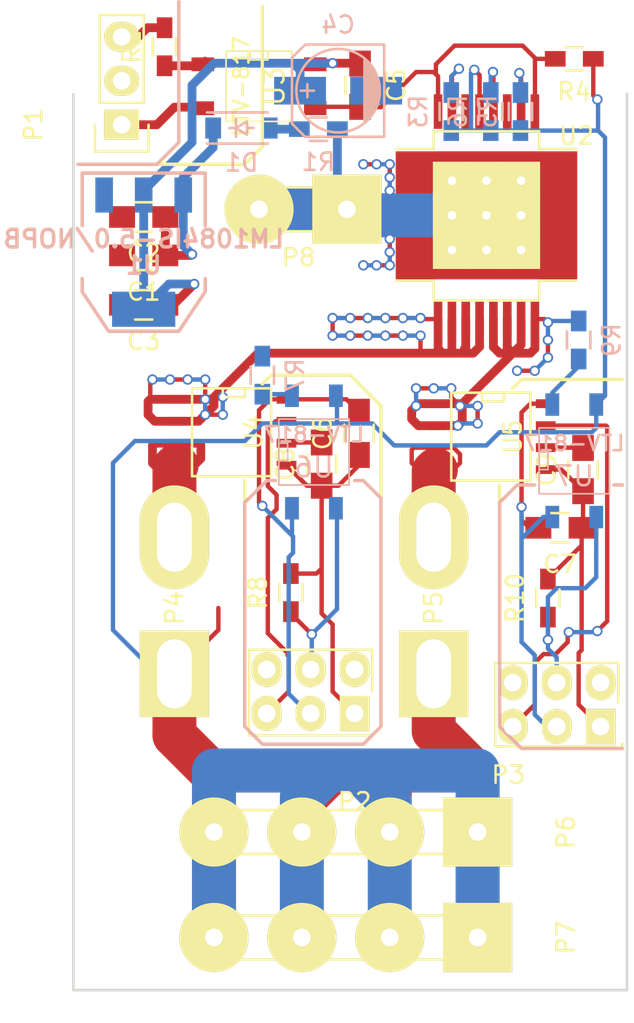
<source format=kicad_pcb>
(kicad_pcb (version 4) (host pcbnew 0.201511171411+6319~30~ubuntu15.10.1-product)

  (general
    (links 92)
    (no_connects 8)
    (area 44.374999 90.094999 76.529001 142.061001)
    (thickness 1.6)
    (drawings 40)
    (tracks 433)
    (zones 0)
    (modules 35)
    (nets 32)
  )

  (page A4)
  (layers
    (0 F.Cu signal)
    (31 B.Cu signal)
    (32 B.Adhes user)
    (33 F.Adhes user)
    (34 B.Paste user)
    (35 F.Paste user)
    (36 B.SilkS user)
    (37 F.SilkS user)
    (38 B.Mask user)
    (39 F.Mask user)
    (40 Dwgs.User user)
    (41 Cmts.User user)
    (42 Eco1.User user)
    (43 Eco2.User user)
    (44 Edge.Cuts user)
    (45 Margin user)
    (46 B.CrtYd user)
    (47 F.CrtYd user)
    (48 B.Fab user)
    (49 F.Fab user)
  )

  (setup
    (last_trace_width 0.254)
    (user_trace_width 0.254)
    (user_trace_width 0.508)
    (user_trace_width 1.27)
    (user_trace_width 2.54)
    (trace_clearance 0.2)
    (zone_clearance 0.508)
    (zone_45_only no)
    (trace_min 0.2)
    (segment_width 0.2)
    (edge_width 0.15)
    (via_size 0.6)
    (via_drill 0.4)
    (via_min_size 0.4)
    (via_min_drill 0.3)
    (uvia_size 0.3)
    (uvia_drill 0.1)
    (uvias_allowed no)
    (uvia_min_size 0)
    (uvia_min_drill 0)
    (pcb_text_width 0.3)
    (pcb_text_size 1.5 1.5)
    (mod_edge_width 0.15)
    (mod_text_size 1 1)
    (mod_text_width 0.15)
    (pad_size 10.5 7.4)
    (pad_drill 0)
    (pad_to_mask_clearance 0.2)
    (aux_axis_origin 0 0)
    (visible_elements FFFFF77F)
    (pcbplotparams
      (layerselection 0x00030_80000001)
      (usegerberextensions false)
      (excludeedgelayer true)
      (linewidth 0.100000)
      (plotframeref false)
      (viasonmask false)
      (mode 1)
      (useauxorigin false)
      (hpglpennumber 1)
      (hpglpenspeed 20)
      (hpglpendiameter 15)
      (hpglpenoverlay 2)
      (psnegative false)
      (psa4output false)
      (plotreference true)
      (plotvalue true)
      (plotinvisibletext false)
      (padsonsilk false)
      (subtractmaskfromsilk false)
      (outputformat 1)
      (mirror false)
      (drillshape 1)
      (scaleselection 1)
      (outputdirectory ""))
  )

  (net 0 "")
  (net 1 "Net-(C1-Pad1)")
  (net 2 GND)
  (net 3 +5V)
  (net 4 /IN1)
  (net 5 /GNDcheck2)
  (net 6 /Vcheck2)
  (net 7 /GNDcheck1)
  (net 8 /Vcheck1)
  (net 9 "Net-(C8-Pad2)")
  (net 10 "Net-(C9-Pad2)")
  (net 11 "Net-(D1-Pad2)")
  (net 12 /OUT2)
  (net 13 /OUT1)
  (net 14 "Net-(P1-Pad1)")
  (net 15 "Net-(P1-Pad2)")
  (net 16 "Net-(P1-Pad3)")
  (net 17 "Net-(P2-Pad3)")
  (net 18 "Net-(P2-Pad4)")
  (net 19 "Net-(P2-Pad5)")
  (net 20 "Net-(P3-Pad3)")
  (net 21 "Net-(P3-Pad4)")
  (net 22 "Net-(P3-Pad5)")
  (net 23 "Net-(P4-Pad2)")
  (net 24 "Net-(P5-Pad2)")
  (net 25 VCC)
  (net 26 "Net-(R2-Pad1)")
  (net 27 "Net-(R3-Pad1)")
  (net 28 "Net-(R5-Pad1)")
  (net 29 "Net-(R6-Pad1)")
  (net 30 "Net-(R7-Pad1)")
  (net 31 "Net-(R9-Pad1)")

  (net_class Default "Dies ist die voreingestellte Netzklasse."
    (clearance 0.2)
    (trace_width 0.25)
    (via_dia 0.6)
    (via_drill 0.4)
    (uvia_dia 0.3)
    (uvia_drill 0.1)
    (add_net /GNDcheck1)
    (add_net /GNDcheck2)
    (add_net /IN1)
    (add_net /OUT1)
    (add_net /OUT2)
    (add_net /Vcheck1)
    (add_net /Vcheck2)
    (add_net GND)
    (add_net "Net-(C1-Pad1)")
    (add_net "Net-(C8-Pad2)")
    (add_net "Net-(C9-Pad2)")
    (add_net "Net-(D1-Pad2)")
    (add_net "Net-(P1-Pad1)")
    (add_net "Net-(P1-Pad2)")
    (add_net "Net-(P1-Pad3)")
    (add_net "Net-(P2-Pad3)")
    (add_net "Net-(P2-Pad4)")
    (add_net "Net-(P2-Pad5)")
    (add_net "Net-(P3-Pad3)")
    (add_net "Net-(P3-Pad4)")
    (add_net "Net-(P3-Pad5)")
    (add_net "Net-(P4-Pad2)")
    (add_net "Net-(P5-Pad2)")
    (add_net "Net-(R2-Pad1)")
    (add_net "Net-(R3-Pad1)")
    (add_net "Net-(R5-Pad1)")
    (add_net "Net-(R6-Pad1)")
    (add_net "Net-(R7-Pad1)")
    (add_net "Net-(R9-Pad1)")
    (add_net VCC)
  )

  (net_class 5V ""
    (clearance 0.4)
    (trace_width 0.25)
    (via_dia 0.6)
    (via_drill 0.4)
    (uvia_dia 0.3)
    (uvia_drill 0.1)
    (add_net +5V)
  )

  (module Socket_Strips:Socket_Strip_Straight_1x05 (layer F.Cu) (tedit 5654361B) (tstamp 5653361E)
    (at 74.93 126.746 180)
    (descr "Through hole socket strip")
    (tags "socket strip")
    (path /5653358F)
    (fp_text reference P3 (at 5.334 -2.794 180) (layer F.SilkS)
      (effects (font (size 1 1) (thickness 0.15)))
    )
    (fp_text value CONN_01X05 (at 5.334 -2.794 180) (layer F.Fab)
      (effects (font (size 1 1) (thickness 0.15)))
    )
    (fp_line (start -0.889 -1.143) (end 5.969 -1.143) (layer F.SilkS) (width 0.15))
    (fp_line (start 5.969 -1.143) (end 6.096 -1.143) (layer F.SilkS) (width 0.15))
    (fp_line (start 6.096 -1.143) (end 6.096 3.683) (layer F.SilkS) (width 0.15))
    (fp_line (start 6.096 3.683) (end -1.016 3.683) (layer F.SilkS) (width 0.15))
    (fp_line (start -1.016 3.683) (end -1.016 1.397) (layer F.SilkS) (width 0.15))
    (pad 1 thru_hole rect (at 0 0 180) (size 1.7272 2.032) (drill 1.016) (layers *.Cu *.Mask F.SilkS)
      (net 7 /GNDcheck1))
    (pad 2 thru_hole oval (at 2.54 0 180) (size 1.7272 2.032) (drill 1.016) (layers *.Cu *.Mask F.SilkS)
      (net 8 /Vcheck1))
    (pad 3 thru_hole oval (at 5.08 0 180) (size 1.7272 2.032) (drill 1.016) (layers *.Cu *.Mask F.SilkS)
      (net 20 "Net-(P3-Pad3)"))
    (pad 4 thru_hole oval (at 0 2.54 180) (size 1.7272 2.032) (drill 1.016) (layers *.Cu *.Mask F.SilkS)
      (net 21 "Net-(P3-Pad4)"))
    (pad 5 thru_hole oval (at 2.54 2.54 180) (size 1.7272 2.032) (drill 1.016) (layers *.Cu *.Mask F.SilkS)
      (net 22 "Net-(P3-Pad5)"))
    (pad 6 thru_hole oval (at 5.08 2.54 180) (size 1.7272 2.032) (drill 1.016) (layers *.Cu *.Mask F.SilkS))
    (model Socket_Strips.3dshapes/Socket_Strip_Straight_1x05.wrl
      (at (xyz 0.2 0 0))
      (scale (xyz 1 1 1))
      (rotate (xyz 0 0 180))
    )
  )

  (module Socket_Strips:Socket_Strip_Straight_1x05 (layer F.Cu) (tedit 565435B4) (tstamp 56533615)
    (at 60.706 125.984 180)
    (descr "Through hole socket strip")
    (tags "socket strip")
    (path /5653413A)
    (fp_text reference P2 (at 0 -5.1 180) (layer F.SilkS)
      (effects (font (size 1 1) (thickness 0.15)))
    )
    (fp_text value CONN_01X05 (at 0 -3.1 180) (layer F.Fab)
      (effects (font (size 1 1) (thickness 0.15)))
    )
    (fp_line (start -1.016 -1.27) (end 6.096 -1.27) (layer F.SilkS) (width 0.15))
    (fp_line (start 6.096 -1.27) (end 6.096 3.683) (layer F.SilkS) (width 0.15))
    (fp_line (start 6.096 3.683) (end -1.016 3.683) (layer F.SilkS) (width 0.15))
    (fp_line (start -1.016 3.683) (end -1.016 1.27) (layer F.SilkS) (width 0.15))
    (pad 1 thru_hole rect (at 0 0 180) (size 1.7272 2.032) (drill 1.016) (layers *.Cu *.Mask F.SilkS)
      (net 5 /GNDcheck2))
    (pad 2 thru_hole oval (at 2.54 0 180) (size 1.7272 2.032) (drill 1.016) (layers *.Cu *.Mask F.SilkS)
      (net 6 /Vcheck2))
    (pad 3 thru_hole oval (at 5.08 0 180) (size 1.7272 2.032) (drill 1.016) (layers *.Cu *.Mask F.SilkS)
      (net 17 "Net-(P2-Pad3)"))
    (pad 4 thru_hole oval (at 0 2.54 180) (size 1.7272 2.032) (drill 1.016) (layers *.Cu *.Mask F.SilkS)
      (net 18 "Net-(P2-Pad4)"))
    (pad 5 thru_hole oval (at 2.54 2.54 180) (size 1.7272 2.032) (drill 1.016) (layers *.Cu *.Mask F.SilkS)
      (net 19 "Net-(P2-Pad5)"))
    (pad 6 thru_hole oval (at 5.08 2.54 180) (size 1.7272 2.032) (drill 1.016) (layers *.Cu *.Mask F.SilkS))
    (model Socket_Strips.3dshapes/Socket_Strip_Straight_1x05.wrl
      (at (xyz 0.2 0 0))
      (scale (xyz 1 1 1))
      (rotate (xyz 0 0 180))
    )
  )

  (module toni:SOT223_GND_VO_VI (layer B.Cu) (tedit 565434D8) (tstamp 5653369A)
    (at 48.514 99.314)
    (descr "module CMS SOT223 4 pins")
    (tags "CMS SOT")
    (path /56539AE6)
    (attr smd)
    (fp_text reference U1 (at 0 0.762) (layer B.SilkS)
      (effects (font (size 1.016 1.016) (thickness 0.2032)) (justify mirror))
    )
    (fp_text value LM1084IS-5.0/NOPB (at 0 -0.762) (layer B.SilkS)
      (effects (font (size 1.016 1.016) (thickness 0.2032)) (justify mirror))
    )
    (fp_line (start -3.556 -1.524) (end -3.556 -4.572) (layer B.SilkS) (width 0.2032))
    (fp_line (start -3.556 -4.572) (end 3.556 -4.572) (layer B.SilkS) (width 0.2032))
    (fp_line (start 3.556 -4.572) (end 3.556 -1.524) (layer B.SilkS) (width 0.2032))
    (fp_line (start -3.556 1.524) (end -3.556 2.286) (layer B.SilkS) (width 0.2032))
    (fp_line (start -3.556 2.286) (end -2.032 4.572) (layer B.SilkS) (width 0.2032))
    (fp_line (start -2.032 4.572) (end 2.032 4.572) (layer B.SilkS) (width 0.2032))
    (fp_line (start 2.032 4.572) (end 3.556 2.286) (layer B.SilkS) (width 0.2032))
    (fp_line (start 3.556 2.286) (end 3.556 1.524) (layer B.SilkS) (width 0.2032))
    (pad 2 smd rect (at 0 3.302) (size 3.6576 2.032) (layers B.Cu B.Paste B.Mask)
      (net 3 +5V))
    (pad 2 smd rect (at 0 -3.302) (size 1.016 2.032) (layers B.Cu B.Paste B.Mask)
      (net 3 +5V))
    (pad 3 smd rect (at 2.286 -3.302) (size 1.016 2.032) (layers B.Cu B.Paste B.Mask)
      (net 1 "Net-(C1-Pad1)"))
    (pad 1 smd rect (at -2.286 -3.302) (size 1.016 2.032) (layers B.Cu B.Paste B.Mask)
      (net 2 GND))
    (model smd/SOT223.wrl
      (at (xyz 0 0 0))
      (scale (xyz 0.4 0.4 0.4))
      (rotate (xyz 0 0 0))
    )
  )

  (module Socket_Strips:Socket_Strip_Straight_1x02 (layer F.Cu) (tedit 565421FF) (tstamp 56534266)
    (at 60.2615 96.8375 180)
    (descr "Through hole socket strip")
    (tags "socket strip")
    (path /56541789)
    (fp_text reference P8 (at 2.794 -2.794 180) (layer F.SilkS)
      (effects (font (size 1 1) (thickness 0.15)))
    )
    (fp_text value CONN_01X02 (at 2.286 -3.048 180) (layer F.Fab)
      (effects (font (size 1 1) (thickness 0.15)))
    )
    (fp_line (start -1.55 1.55) (end 0 1.55) (layer F.SilkS) (width 0.15))
    (fp_line (start 3.81 1.27) (end 1.27 1.27) (layer F.SilkS) (width 0.15))
    (fp_line (start -1.75 -1.75) (end -1.75 1.75) (layer F.CrtYd) (width 0.05))
    (fp_line (start 4.3 -1.75) (end 4.3 1.75) (layer F.CrtYd) (width 0.05))
    (fp_line (start -1.75 -1.75) (end 4.3 -1.75) (layer F.CrtYd) (width 0.05))
    (fp_line (start -1.75 1.75) (end 4.3 1.75) (layer F.CrtYd) (width 0.05))
    (fp_line (start 1.27 1.27) (end 1.27 -1.27) (layer F.SilkS) (width 0.15))
    (fp_line (start 0 -1.55) (end -1.55 -1.55) (layer F.SilkS) (width 0.15))
    (fp_line (start -1.55 -1.55) (end -1.55 1.55) (layer F.SilkS) (width 0.15))
    (fp_line (start 1.27 -1.27) (end 3.81 -1.27) (layer F.SilkS) (width 0.15))
    (fp_line (start 3.81 -1.27) (end 3.81 1.27) (layer F.SilkS) (width 0.15))
    (pad 1 thru_hole rect (at 0 0 180) (size 4 4) (drill 1.016) (layers *.Cu *.Mask F.SilkS)
      (net 25 VCC))
    (pad 2 thru_hole oval (at 5.08 0 180) (size 4 4) (drill 1.016) (layers *.Cu *.Mask F.SilkS)
      (net 25 VCC))
    (model Socket_Strips.3dshapes/Socket_Strip_Straight_1x02.wrl
      (at (xyz 0.05 0 0))
      (scale (xyz 1 1 1))
      (rotate (xyz 0 0 180))
    )
  )

  (module Capacitors_SMD:C_0805_HandSoldering (layer F.Cu) (tedit 541A9B8D) (tstamp 565335C1)
    (at 48.514 99.5045 180)
    (descr "Capacitor SMD 0805, hand soldering")
    (tags "capacitor 0805")
    (path /5653AABD)
    (attr smd)
    (fp_text reference C1 (at 0 -2.1 180) (layer F.SilkS)
      (effects (font (size 1 1) (thickness 0.15)))
    )
    (fp_text value 10µ (at 0 2.1 180) (layer F.Fab)
      (effects (font (size 1 1) (thickness 0.15)))
    )
    (fp_line (start -2.3 -1) (end 2.3 -1) (layer F.CrtYd) (width 0.05))
    (fp_line (start -2.3 1) (end 2.3 1) (layer F.CrtYd) (width 0.05))
    (fp_line (start -2.3 -1) (end -2.3 1) (layer F.CrtYd) (width 0.05))
    (fp_line (start 2.3 -1) (end 2.3 1) (layer F.CrtYd) (width 0.05))
    (fp_line (start 0.5 -0.85) (end -0.5 -0.85) (layer F.SilkS) (width 0.15))
    (fp_line (start -0.5 0.85) (end 0.5 0.85) (layer F.SilkS) (width 0.15))
    (pad 1 smd rect (at -1.25 0 180) (size 1.5 1.25) (layers F.Cu F.Paste F.Mask)
      (net 1 "Net-(C1-Pad1)"))
    (pad 2 smd rect (at 1.25 0 180) (size 1.5 1.25) (layers F.Cu F.Paste F.Mask)
      (net 2 GND))
    (model Capacitors_SMD.3dshapes/C_0805_HandSoldering.wrl
      (at (xyz 0 0 0))
      (scale (xyz 1 1 1))
      (rotate (xyz 0 0 0))
    )
  )

  (module Capacitors_SMD:C_0805_HandSoldering (layer F.Cu) (tedit 541A9B8D) (tstamp 565335C7)
    (at 48.514 97.282 180)
    (descr "Capacitor SMD 0805, hand soldering")
    (tags "capacitor 0805")
    (path /5653A459)
    (attr smd)
    (fp_text reference C2 (at 0 -2.1 180) (layer F.SilkS)
      (effects (font (size 1 1) (thickness 0.15)))
    )
    (fp_text value 100n (at 0 2.1 180) (layer F.Fab)
      (effects (font (size 1 1) (thickness 0.15)))
    )
    (fp_line (start -2.3 -1) (end 2.3 -1) (layer F.CrtYd) (width 0.05))
    (fp_line (start -2.3 1) (end 2.3 1) (layer F.CrtYd) (width 0.05))
    (fp_line (start -2.3 -1) (end -2.3 1) (layer F.CrtYd) (width 0.05))
    (fp_line (start 2.3 -1) (end 2.3 1) (layer F.CrtYd) (width 0.05))
    (fp_line (start 0.5 -0.85) (end -0.5 -0.85) (layer F.SilkS) (width 0.15))
    (fp_line (start -0.5 0.85) (end 0.5 0.85) (layer F.SilkS) (width 0.15))
    (pad 1 smd rect (at -1.25 0 180) (size 1.5 1.25) (layers F.Cu F.Paste F.Mask)
      (net 1 "Net-(C1-Pad1)"))
    (pad 2 smd rect (at 1.25 0 180) (size 1.5 1.25) (layers F.Cu F.Paste F.Mask)
      (net 2 GND))
    (model Capacitors_SMD.3dshapes/C_0805_HandSoldering.wrl
      (at (xyz 0 0 0))
      (scale (xyz 1 1 1))
      (rotate (xyz 0 0 0))
    )
  )

  (module Capacitors_SMD:C_0805_HandSoldering (layer F.Cu) (tedit 541A9B8D) (tstamp 565335CD)
    (at 48.514 102.362 180)
    (descr "Capacitor SMD 0805, hand soldering")
    (tags "capacitor 0805")
    (path /5653A5A5)
    (attr smd)
    (fp_text reference C3 (at 0 -2.1 180) (layer F.SilkS)
      (effects (font (size 1 1) (thickness 0.15)))
    )
    (fp_text value 100n (at 0 2.1 180) (layer F.Fab)
      (effects (font (size 1 1) (thickness 0.15)))
    )
    (fp_line (start -2.3 -1) (end 2.3 -1) (layer F.CrtYd) (width 0.05))
    (fp_line (start -2.3 1) (end 2.3 1) (layer F.CrtYd) (width 0.05))
    (fp_line (start -2.3 -1) (end -2.3 1) (layer F.CrtYd) (width 0.05))
    (fp_line (start 2.3 -1) (end 2.3 1) (layer F.CrtYd) (width 0.05))
    (fp_line (start 0.5 -0.85) (end -0.5 -0.85) (layer F.SilkS) (width 0.15))
    (fp_line (start -0.5 0.85) (end 0.5 0.85) (layer F.SilkS) (width 0.15))
    (pad 1 smd rect (at -1.25 0 180) (size 1.5 1.25) (layers F.Cu F.Paste F.Mask)
      (net 3 +5V))
    (pad 2 smd rect (at 1.25 0 180) (size 1.5 1.25) (layers F.Cu F.Paste F.Mask)
      (net 2 GND))
    (model Capacitors_SMD.3dshapes/C_0805_HandSoldering.wrl
      (at (xyz 0 0 0))
      (scale (xyz 1 1 1))
      (rotate (xyz 0 0 0))
    )
  )

  (module Capacitors_SMD:c_elec_5x5.8 (layer B.Cu) (tedit 55725D48) (tstamp 565335D3)
    (at 59.7535 89.9795 180)
    (descr "SMT capacitor, aluminium electrolytic, 5x5.8")
    (path /5653A703)
    (attr smd)
    (fp_text reference C4 (at 0 3.81 180) (layer B.SilkS)
      (effects (font (size 1 1) (thickness 0.15)) (justify mirror))
    )
    (fp_text value 33µ (at 0 -3.81 180) (layer B.Fab)
      (effects (font (size 1 1) (thickness 0.15)) (justify mirror))
    )
    (fp_line (start -3.95 3) (end 3.95 3) (layer B.CrtYd) (width 0.05))
    (fp_line (start 3.95 3) (end 3.95 -3) (layer B.CrtYd) (width 0.05))
    (fp_line (start 3.95 -3) (end -3.95 -3) (layer B.CrtYd) (width 0.05))
    (fp_line (start -3.95 -3) (end -3.95 3) (layer B.CrtYd) (width 0.05))
    (fp_line (start -2.286 0.635) (end -2.286 -0.762) (layer B.SilkS) (width 0.15))
    (fp_line (start -2.159 0.889) (end -2.159 -0.889) (layer B.SilkS) (width 0.15))
    (fp_line (start -2.032 1.27) (end -2.032 -1.27) (layer B.SilkS) (width 0.15))
    (fp_line (start -1.905 -1.397) (end -1.905 1.397) (layer B.SilkS) (width 0.15))
    (fp_line (start -1.778 1.524) (end -1.778 -1.524) (layer B.SilkS) (width 0.15))
    (fp_line (start -1.651 -1.651) (end -1.651 1.651) (layer B.SilkS) (width 0.15))
    (fp_line (start -1.524 1.778) (end -1.524 -1.778) (layer B.SilkS) (width 0.15))
    (fp_line (start -2.667 2.667) (end 1.905 2.667) (layer B.SilkS) (width 0.15))
    (fp_line (start 1.905 2.667) (end 2.667 1.905) (layer B.SilkS) (width 0.15))
    (fp_line (start 2.667 1.905) (end 2.667 -1.905) (layer B.SilkS) (width 0.15))
    (fp_line (start 2.667 -1.905) (end 1.905 -2.667) (layer B.SilkS) (width 0.15))
    (fp_line (start 1.905 -2.667) (end -2.667 -2.667) (layer B.SilkS) (width 0.15))
    (fp_line (start -2.667 -2.667) (end -2.667 2.667) (layer B.SilkS) (width 0.15))
    (fp_line (start 2.159 0) (end 1.397 0) (layer B.SilkS) (width 0.15))
    (fp_line (start 1.778 0.381) (end 1.778 -0.381) (layer B.SilkS) (width 0.15))
    (fp_circle (center 0 0) (end -2.413 0) (layer B.SilkS) (width 0.15))
    (pad 1 smd rect (at 2.19964 0 180) (size 2.99974 1.6002) (layers B.Cu B.Paste B.Mask)
      (net 3 +5V))
    (pad 2 smd rect (at -2.19964 0 180) (size 2.99974 1.6002) (layers B.Cu B.Paste B.Mask)
      (net 2 GND))
    (model Capacitors_SMD.3dshapes/c_elec_5x5.8.wrl
      (at (xyz 0 0 0))
      (scale (xyz 1 1 1))
      (rotate (xyz 0 0 0))
    )
  )

  (module Capacitors_SMD:C_0805_HandSoldering (layer F.Cu) (tedit 541A9B8D) (tstamp 565335D9)
    (at 61.0235 89.662 270)
    (descr "Capacitor SMD 0805, hand soldering")
    (tags "capacitor 0805")
    (path /5652D6BA)
    (attr smd)
    (fp_text reference C5 (at 0 -2.1 270) (layer F.SilkS)
      (effects (font (size 1 1) (thickness 0.15)))
    )
    (fp_text value 100n (at 0 2.1 270) (layer F.Fab)
      (effects (font (size 1 1) (thickness 0.15)))
    )
    (fp_line (start -2.3 -1) (end 2.3 -1) (layer F.CrtYd) (width 0.05))
    (fp_line (start -2.3 1) (end 2.3 1) (layer F.CrtYd) (width 0.05))
    (fp_line (start -2.3 -1) (end -2.3 1) (layer F.CrtYd) (width 0.05))
    (fp_line (start 2.3 -1) (end 2.3 1) (layer F.CrtYd) (width 0.05))
    (fp_line (start 0.5 -0.85) (end -0.5 -0.85) (layer F.SilkS) (width 0.15))
    (fp_line (start -0.5 0.85) (end 0.5 0.85) (layer F.SilkS) (width 0.15))
    (pad 1 smd rect (at -1.25 0 270) (size 1.5 1.25) (layers F.Cu F.Paste F.Mask)
      (net 3 +5V))
    (pad 2 smd rect (at 1.25 0 270) (size 1.5 1.25) (layers F.Cu F.Paste F.Mask)
      (net 4 /IN1))
    (model Capacitors_SMD.3dshapes/C_0805_HandSoldering.wrl
      (at (xyz 0 0 0))
      (scale (xyz 1 1 1))
      (rotate (xyz 0 0 0))
    )
  )

  (module Capacitors_SMD:C_0805_HandSoldering (layer F.Cu) (tedit 541A9B8D) (tstamp 565335DF)
    (at 60.96 109.7915 90)
    (descr "Capacitor SMD 0805, hand soldering")
    (tags "capacitor 0805")
    (path /5653B233)
    (attr smd)
    (fp_text reference C6 (at 0 -2.1 90) (layer F.SilkS)
      (effects (font (size 1 1) (thickness 0.15)))
    )
    (fp_text value 100nF (at 0 2.1 90) (layer F.Fab)
      (effects (font (size 1 1) (thickness 0.15)))
    )
    (fp_line (start -2.3 -1) (end 2.3 -1) (layer F.CrtYd) (width 0.05))
    (fp_line (start -2.3 1) (end 2.3 1) (layer F.CrtYd) (width 0.05))
    (fp_line (start -2.3 -1) (end -2.3 1) (layer F.CrtYd) (width 0.05))
    (fp_line (start 2.3 -1) (end 2.3 1) (layer F.CrtYd) (width 0.05))
    (fp_line (start 0.5 -0.85) (end -0.5 -0.85) (layer F.SilkS) (width 0.15))
    (fp_line (start -0.5 0.85) (end 0.5 0.85) (layer F.SilkS) (width 0.15))
    (pad 1 smd rect (at -1.25 0 90) (size 1.5 1.25) (layers F.Cu F.Paste F.Mask)
      (net 5 /GNDcheck2))
    (pad 2 smd rect (at 1.25 0 90) (size 1.5 1.25) (layers F.Cu F.Paste F.Mask)
      (net 6 /Vcheck2))
    (model Capacitors_SMD.3dshapes/C_0805_HandSoldering.wrl
      (at (xyz 0 0 0))
      (scale (xyz 1 1 1))
      (rotate (xyz 0 0 0))
    )
  )

  (module Capacitors_SMD:C_0805_HandSoldering (layer F.Cu) (tedit 541A9B8D) (tstamp 565335E5)
    (at 72.5805 115.2525 180)
    (descr "Capacitor SMD 0805, hand soldering")
    (tags "capacitor 0805")
    (path /5653A376)
    (attr smd)
    (fp_text reference C7 (at 0 -2.1 180) (layer F.SilkS)
      (effects (font (size 1 1) (thickness 0.15)))
    )
    (fp_text value 100nF (at 0 2.1 180) (layer F.Fab)
      (effects (font (size 1 1) (thickness 0.15)))
    )
    (fp_line (start -2.3 -1) (end 2.3 -1) (layer F.CrtYd) (width 0.05))
    (fp_line (start -2.3 1) (end 2.3 1) (layer F.CrtYd) (width 0.05))
    (fp_line (start -2.3 -1) (end -2.3 1) (layer F.CrtYd) (width 0.05))
    (fp_line (start 2.3 -1) (end 2.3 1) (layer F.CrtYd) (width 0.05))
    (fp_line (start 0.5 -0.85) (end -0.5 -0.85) (layer F.SilkS) (width 0.15))
    (fp_line (start -0.5 0.85) (end 0.5 0.85) (layer F.SilkS) (width 0.15))
    (pad 1 smd rect (at -1.25 0 180) (size 1.5 1.25) (layers F.Cu F.Paste F.Mask)
      (net 7 /GNDcheck1))
    (pad 2 smd rect (at 1.25 0 180) (size 1.5 1.25) (layers F.Cu F.Paste F.Mask)
      (net 8 /Vcheck1))
    (model Capacitors_SMD.3dshapes/C_0805_HandSoldering.wrl
      (at (xyz 0 0 0))
      (scale (xyz 1 1 1))
      (rotate (xyz 0 0 0))
    )
  )

  (module Capacitors_SMD:C_0805_HandSoldering (layer F.Cu) (tedit 541A9B8D) (tstamp 565335EB)
    (at 58.801 111.5695 90)
    (descr "Capacitor SMD 0805, hand soldering")
    (tags "capacitor 0805")
    (path /5653B22D)
    (attr smd)
    (fp_text reference C8 (at 0 -2.1 90) (layer F.SilkS)
      (effects (font (size 1 1) (thickness 0.15)))
    )
    (fp_text value 1n (at 0 2.1 90) (layer F.Fab)
      (effects (font (size 1 1) (thickness 0.15)))
    )
    (fp_line (start -2.3 -1) (end 2.3 -1) (layer F.CrtYd) (width 0.05))
    (fp_line (start -2.3 1) (end 2.3 1) (layer F.CrtYd) (width 0.05))
    (fp_line (start -2.3 -1) (end -2.3 1) (layer F.CrtYd) (width 0.05))
    (fp_line (start 2.3 -1) (end 2.3 1) (layer F.CrtYd) (width 0.05))
    (fp_line (start 0.5 -0.85) (end -0.5 -0.85) (layer F.SilkS) (width 0.15))
    (fp_line (start -0.5 0.85) (end 0.5 0.85) (layer F.SilkS) (width 0.15))
    (pad 1 smd rect (at -1.25 0 90) (size 1.5 1.25) (layers F.Cu F.Paste F.Mask)
      (net 5 /GNDcheck2))
    (pad 2 smd rect (at 1.25 0 90) (size 1.5 1.25) (layers F.Cu F.Paste F.Mask)
      (net 9 "Net-(C8-Pad2)"))
    (model Capacitors_SMD.3dshapes/C_0805_HandSoldering.wrl
      (at (xyz 0 0 0))
      (scale (xyz 1 1 1))
      (rotate (xyz 0 0 0))
    )
  )

  (module Capacitors_SMD:C_0805_HandSoldering (layer F.Cu) (tedit 541A9B8D) (tstamp 565335F1)
    (at 73.914 111.887 90)
    (descr "Capacitor SMD 0805, hand soldering")
    (tags "capacitor 0805")
    (path /56539CDC)
    (attr smd)
    (fp_text reference C9 (at 0 -2.1 90) (layer F.SilkS)
      (effects (font (size 1 1) (thickness 0.15)))
    )
    (fp_text value 1n (at 0 2.1 90) (layer F.Fab)
      (effects (font (size 1 1) (thickness 0.15)))
    )
    (fp_line (start -2.3 -1) (end 2.3 -1) (layer F.CrtYd) (width 0.05))
    (fp_line (start -2.3 1) (end 2.3 1) (layer F.CrtYd) (width 0.05))
    (fp_line (start -2.3 -1) (end -2.3 1) (layer F.CrtYd) (width 0.05))
    (fp_line (start 2.3 -1) (end 2.3 1) (layer F.CrtYd) (width 0.05))
    (fp_line (start 0.5 -0.85) (end -0.5 -0.85) (layer F.SilkS) (width 0.15))
    (fp_line (start -0.5 0.85) (end 0.5 0.85) (layer F.SilkS) (width 0.15))
    (pad 1 smd rect (at -1.25 0 90) (size 1.5 1.25) (layers F.Cu F.Paste F.Mask)
      (net 7 /GNDcheck1))
    (pad 2 smd rect (at 1.25 0 90) (size 1.5 1.25) (layers F.Cu F.Paste F.Mask)
      (net 10 "Net-(C9-Pad2)"))
    (model Capacitors_SMD.3dshapes/C_0805_HandSoldering.wrl
      (at (xyz 0 0 0))
      (scale (xyz 1 1 1))
      (rotate (xyz 0 0 0))
    )
  )

  (module Diodes_SMD:SOD-123 (layer B.Cu) (tedit 5530FCB9) (tstamp 565335F7)
    (at 54.1655 92.1385)
    (descr SOD-123)
    (tags SOD-123)
    (path /5653DBE5)
    (attr smd)
    (fp_text reference D1 (at 0 2) (layer B.SilkS)
      (effects (font (size 1 1) (thickness 0.15)) (justify mirror))
    )
    (fp_text value D (at 0 -2.1) (layer B.Fab)
      (effects (font (size 1 1) (thickness 0.15)) (justify mirror))
    )
    (fp_line (start 0.3175 0) (end 0.6985 0) (layer B.SilkS) (width 0.15))
    (fp_line (start -0.6985 0) (end -0.3175 0) (layer B.SilkS) (width 0.15))
    (fp_line (start -0.3175 0) (end 0.3175 0.381) (layer B.SilkS) (width 0.15))
    (fp_line (start 0.3175 0.381) (end 0.3175 -0.381) (layer B.SilkS) (width 0.15))
    (fp_line (start 0.3175 -0.381) (end -0.3175 0) (layer B.SilkS) (width 0.15))
    (fp_line (start -0.3175 0.508) (end -0.3175 -0.508) (layer B.SilkS) (width 0.15))
    (fp_line (start -2.25 1.05) (end 2.25 1.05) (layer B.CrtYd) (width 0.05))
    (fp_line (start 2.25 1.05) (end 2.25 -1.05) (layer B.CrtYd) (width 0.05))
    (fp_line (start 2.25 -1.05) (end -2.25 -1.05) (layer B.CrtYd) (width 0.05))
    (fp_line (start -2.25 1.05) (end -2.25 -1.05) (layer B.CrtYd) (width 0.05))
    (fp_line (start -2 -0.9) (end 1.54 -0.9) (layer B.SilkS) (width 0.15))
    (fp_line (start -2 0.9) (end 1.54 0.9) (layer B.SilkS) (width 0.15))
    (pad 1 smd rect (at -1.635 0) (size 0.91 1.22) (layers B.Cu B.Paste B.Mask)
      (net 1 "Net-(C1-Pad1)"))
    (pad 2 smd rect (at 1.635 0) (size 0.91 1.22) (layers B.Cu B.Paste B.Mask)
      (net 11 "Net-(D1-Pad2)"))
  )

  (module Socket_Strips:Socket_Strip_Straight_1x03 (layer F.Cu) (tedit 54E9F429) (tstamp 5653360C)
    (at 47.244 91.948 90)
    (descr "Through hole socket strip")
    (tags "socket strip")
    (path /5652EA4E)
    (fp_text reference P1 (at 0 -5.1 90) (layer F.SilkS)
      (effects (font (size 1 1) (thickness 0.15)))
    )
    (fp_text value CONN_01X03 (at 0 -3.1 90) (layer F.Fab)
      (effects (font (size 1 1) (thickness 0.15)))
    )
    (fp_line (start 0 -1.55) (end -1.55 -1.55) (layer F.SilkS) (width 0.15))
    (fp_line (start -1.55 -1.55) (end -1.55 1.55) (layer F.SilkS) (width 0.15))
    (fp_line (start -1.55 1.55) (end 0 1.55) (layer F.SilkS) (width 0.15))
    (fp_line (start -1.75 -1.75) (end -1.75 1.75) (layer F.CrtYd) (width 0.05))
    (fp_line (start 6.85 -1.75) (end 6.85 1.75) (layer F.CrtYd) (width 0.05))
    (fp_line (start -1.75 -1.75) (end 6.85 -1.75) (layer F.CrtYd) (width 0.05))
    (fp_line (start -1.75 1.75) (end 6.85 1.75) (layer F.CrtYd) (width 0.05))
    (fp_line (start 1.27 -1.27) (end 6.35 -1.27) (layer F.SilkS) (width 0.15))
    (fp_line (start 6.35 -1.27) (end 6.35 1.27) (layer F.SilkS) (width 0.15))
    (fp_line (start 6.35 1.27) (end 1.27 1.27) (layer F.SilkS) (width 0.15))
    (fp_line (start 1.27 1.27) (end 1.27 -1.27) (layer F.SilkS) (width 0.15))
    (pad 1 thru_hole rect (at 0 0 90) (size 1.7272 2.032) (drill 1.016) (layers *.Cu *.Mask F.SilkS)
      (net 14 "Net-(P1-Pad1)"))
    (pad 2 thru_hole oval (at 2.54 0 90) (size 1.7272 2.032) (drill 1.016) (layers *.Cu *.Mask F.SilkS)
      (net 15 "Net-(P1-Pad2)"))
    (pad 3 thru_hole oval (at 5.08 0 90) (size 1.7272 2.032) (drill 1.016) (layers *.Cu *.Mask F.SilkS)
      (net 16 "Net-(P1-Pad3)"))
    (model Socket_Strips.3dshapes/Socket_Strip_Straight_1x03.wrl
      (at (xyz 0.1 0 0))
      (scale (xyz 1 1 1))
      (rotate (xyz 0 0 180))
    )
  )

  (module Resistors_SMD:R_0603_HandSoldering (layer B.Cu) (tedit 5418A00F) (tstamp 5653365C)
    (at 58.6105 92.202)
    (descr "Resistor SMD 0603, hand soldering")
    (tags "resistor 0603")
    (path /5653DE9D)
    (attr smd)
    (fp_text reference R1 (at 0 1.9) (layer B.SilkS)
      (effects (font (size 1 1) (thickness 0.15)) (justify mirror))
    )
    (fp_text value 10 (at 0 -1.9) (layer B.Fab)
      (effects (font (size 1 1) (thickness 0.15)) (justify mirror))
    )
    (fp_line (start -2 0.8) (end 2 0.8) (layer B.CrtYd) (width 0.05))
    (fp_line (start -2 -0.8) (end 2 -0.8) (layer B.CrtYd) (width 0.05))
    (fp_line (start -2 0.8) (end -2 -0.8) (layer B.CrtYd) (width 0.05))
    (fp_line (start 2 0.8) (end 2 -0.8) (layer B.CrtYd) (width 0.05))
    (fp_line (start 0.5 -0.675) (end -0.5 -0.675) (layer B.SilkS) (width 0.15))
    (fp_line (start -0.5 0.675) (end 0.5 0.675) (layer B.SilkS) (width 0.15))
    (pad 1 smd rect (at -1.1 0) (size 1.2 0.9) (layers B.Cu B.Paste B.Mask)
      (net 11 "Net-(D1-Pad2)"))
    (pad 2 smd rect (at 1.1 0) (size 1.2 0.9) (layers B.Cu B.Paste B.Mask)
      (net 25 VCC))
    (model Resistors_SMD.3dshapes/R_0603_HandSoldering.wrl
      (at (xyz 0 0 0))
      (scale (xyz 1 1 1))
      (rotate (xyz 0 0 0))
    )
  )

  (module Resistors_SMD:R_0603_HandSoldering (layer F.Cu) (tedit 5418A00F) (tstamp 56533662)
    (at 49.7205 87.4395 90)
    (descr "Resistor SMD 0603, hand soldering")
    (tags "resistor 0603")
    (path /5652E8D5)
    (attr smd)
    (fp_text reference R2 (at 0 -1.9 90) (layer F.SilkS)
      (effects (font (size 1 1) (thickness 0.15)))
    )
    (fp_text value 1k (at 0 1.9 90) (layer F.Fab)
      (effects (font (size 1 1) (thickness 0.15)))
    )
    (fp_line (start -2 -0.8) (end 2 -0.8) (layer F.CrtYd) (width 0.05))
    (fp_line (start -2 0.8) (end 2 0.8) (layer F.CrtYd) (width 0.05))
    (fp_line (start -2 -0.8) (end -2 0.8) (layer F.CrtYd) (width 0.05))
    (fp_line (start 2 -0.8) (end 2 0.8) (layer F.CrtYd) (width 0.05))
    (fp_line (start 0.5 0.675) (end -0.5 0.675) (layer F.SilkS) (width 0.15))
    (fp_line (start -0.5 -0.675) (end 0.5 -0.675) (layer F.SilkS) (width 0.15))
    (pad 1 smd rect (at -1.1 0 90) (size 1.2 0.9) (layers F.Cu F.Paste F.Mask)
      (net 26 "Net-(R2-Pad1)"))
    (pad 2 smd rect (at 1.1 0 90) (size 1.2 0.9) (layers F.Cu F.Paste F.Mask)
      (net 16 "Net-(P1-Pad3)"))
    (model Resistors_SMD.3dshapes/R_0603_HandSoldering.wrl
      (at (xyz 0 0 0))
      (scale (xyz 1 1 1))
      (rotate (xyz 0 0 0))
    )
  )

  (module Resistors_SMD:R_0603_HandSoldering (layer B.Cu) (tedit 5418A00F) (tstamp 56533668)
    (at 66.294 91.186 270)
    (descr "Resistor SMD 0603, hand soldering")
    (tags "resistor 0603")
    (path /5652D14F)
    (attr smd)
    (fp_text reference R3 (at 0 1.9 270) (layer B.SilkS)
      (effects (font (size 1 1) (thickness 0.15)) (justify mirror))
    )
    (fp_text value 10k (at 0 -1.9 270) (layer B.Fab)
      (effects (font (size 1 1) (thickness 0.15)) (justify mirror))
    )
    (fp_line (start -2 0.8) (end 2 0.8) (layer B.CrtYd) (width 0.05))
    (fp_line (start -2 -0.8) (end 2 -0.8) (layer B.CrtYd) (width 0.05))
    (fp_line (start -2 0.8) (end -2 -0.8) (layer B.CrtYd) (width 0.05))
    (fp_line (start 2 0.8) (end 2 -0.8) (layer B.CrtYd) (width 0.05))
    (fp_line (start 0.5 -0.675) (end -0.5 -0.675) (layer B.SilkS) (width 0.15))
    (fp_line (start -0.5 0.675) (end 0.5 0.675) (layer B.SilkS) (width 0.15))
    (pad 1 smd rect (at -1.1 0 270) (size 1.2 0.9) (layers B.Cu B.Paste B.Mask)
      (net 27 "Net-(R3-Pad1)"))
    (pad 2 smd rect (at 1.1 0 270) (size 1.2 0.9) (layers B.Cu B.Paste B.Mask)
      (net 2 GND))
    (model Resistors_SMD.3dshapes/R_0603_HandSoldering.wrl
      (at (xyz 0 0 0))
      (scale (xyz 1 1 1))
      (rotate (xyz 0 0 0))
    )
  )

  (module Resistors_SMD:R_0603_HandSoldering (layer F.Cu) (tedit 5418A00F) (tstamp 5653366E)
    (at 73.406 88.138 180)
    (descr "Resistor SMD 0603, hand soldering")
    (tags "resistor 0603")
    (path /5652D63A)
    (attr smd)
    (fp_text reference R4 (at 0 -1.9 180) (layer F.SilkS)
      (effects (font (size 1 1) (thickness 0.15)))
    )
    (fp_text value 10k (at 0 1.9 180) (layer F.Fab)
      (effects (font (size 1 1) (thickness 0.15)))
    )
    (fp_line (start -2 -0.8) (end 2 -0.8) (layer F.CrtYd) (width 0.05))
    (fp_line (start -2 0.8) (end 2 0.8) (layer F.CrtYd) (width 0.05))
    (fp_line (start -2 -0.8) (end -2 0.8) (layer F.CrtYd) (width 0.05))
    (fp_line (start 2 -0.8) (end 2 0.8) (layer F.CrtYd) (width 0.05))
    (fp_line (start 0.5 0.675) (end -0.5 0.675) (layer F.SilkS) (width 0.15))
    (fp_line (start -0.5 -0.675) (end 0.5 -0.675) (layer F.SilkS) (width 0.15))
    (pad 1 smd rect (at -1.1 0 180) (size 1.2 0.9) (layers F.Cu F.Paste F.Mask)
      (net 2 GND))
    (pad 2 smd rect (at 1.1 0 180) (size 1.2 0.9) (layers F.Cu F.Paste F.Mask)
      (net 4 /IN1))
    (model Resistors_SMD.3dshapes/R_0603_HandSoldering.wrl
      (at (xyz 0 0 0))
      (scale (xyz 1 1 1))
      (rotate (xyz 0 0 0))
    )
  )

  (module Resistors_SMD:R_0603_HandSoldering (layer B.Cu) (tedit 5418A00F) (tstamp 56533674)
    (at 70.2945 91.186 270)
    (descr "Resistor SMD 0603, hand soldering")
    (tags "resistor 0603")
    (path /5652D0BB)
    (attr smd)
    (fp_text reference R5 (at 0 1.9 270) (layer B.SilkS)
      (effects (font (size 1 1) (thickness 0.15)) (justify mirror))
    )
    (fp_text value 10k (at 0 -1.9 270) (layer B.Fab)
      (effects (font (size 1 1) (thickness 0.15)) (justify mirror))
    )
    (fp_line (start -2 0.8) (end 2 0.8) (layer B.CrtYd) (width 0.05))
    (fp_line (start -2 -0.8) (end 2 -0.8) (layer B.CrtYd) (width 0.05))
    (fp_line (start -2 0.8) (end -2 -0.8) (layer B.CrtYd) (width 0.05))
    (fp_line (start 2 0.8) (end 2 -0.8) (layer B.CrtYd) (width 0.05))
    (fp_line (start 0.5 -0.675) (end -0.5 -0.675) (layer B.SilkS) (width 0.15))
    (fp_line (start -0.5 0.675) (end 0.5 0.675) (layer B.SilkS) (width 0.15))
    (pad 1 smd rect (at -1.1 0 270) (size 1.2 0.9) (layers B.Cu B.Paste B.Mask)
      (net 28 "Net-(R5-Pad1)"))
    (pad 2 smd rect (at 1.1 0 270) (size 1.2 0.9) (layers B.Cu B.Paste B.Mask)
      (net 2 GND))
    (model Resistors_SMD.3dshapes/R_0603_HandSoldering.wrl
      (at (xyz 0 0 0))
      (scale (xyz 1 1 1))
      (rotate (xyz 0 0 0))
    )
  )

  (module Resistors_SMD:R_0603_HandSoldering (layer B.Cu) (tedit 5418A00F) (tstamp 5653367A)
    (at 68.58 91.186 270)
    (descr "Resistor SMD 0603, hand soldering")
    (tags "resistor 0603")
    (path /5652CAC2)
    (attr smd)
    (fp_text reference R6 (at 0 1.9 270) (layer B.SilkS)
      (effects (font (size 1 1) (thickness 0.15)) (justify mirror))
    )
    (fp_text value 1k (at 0 -1.9 270) (layer B.Fab)
      (effects (font (size 1 1) (thickness 0.15)) (justify mirror))
    )
    (fp_line (start -2 0.8) (end 2 0.8) (layer B.CrtYd) (width 0.05))
    (fp_line (start -2 -0.8) (end 2 -0.8) (layer B.CrtYd) (width 0.05))
    (fp_line (start -2 0.8) (end -2 -0.8) (layer B.CrtYd) (width 0.05))
    (fp_line (start 2 0.8) (end 2 -0.8) (layer B.CrtYd) (width 0.05))
    (fp_line (start 0.5 -0.675) (end -0.5 -0.675) (layer B.SilkS) (width 0.15))
    (fp_line (start -0.5 0.675) (end 0.5 0.675) (layer B.SilkS) (width 0.15))
    (pad 1 smd rect (at -1.1 0 270) (size 1.2 0.9) (layers B.Cu B.Paste B.Mask)
      (net 29 "Net-(R6-Pad1)"))
    (pad 2 smd rect (at 1.1 0 270) (size 1.2 0.9) (layers B.Cu B.Paste B.Mask)
      (net 2 GND))
    (model Resistors_SMD.3dshapes/R_0603_HandSoldering.wrl
      (at (xyz 0 0 0))
      (scale (xyz 1 1 1))
      (rotate (xyz 0 0 0))
    )
  )

  (module Resistors_SMD:R_0603_HandSoldering (layer B.Cu) (tedit 5418A00F) (tstamp 56533680)
    (at 55.372 106.426 90)
    (descr "Resistor SMD 0603, hand soldering")
    (tags "resistor 0603")
    (path /565306C7)
    (attr smd)
    (fp_text reference R7 (at 0 1.9 90) (layer B.SilkS)
      (effects (font (size 1 1) (thickness 0.15)) (justify mirror))
    )
    (fp_text value 1k (at 0 -1.9 90) (layer B.Fab)
      (effects (font (size 1 1) (thickness 0.15)) (justify mirror))
    )
    (fp_line (start -2 0.8) (end 2 0.8) (layer B.CrtYd) (width 0.05))
    (fp_line (start -2 -0.8) (end 2 -0.8) (layer B.CrtYd) (width 0.05))
    (fp_line (start -2 0.8) (end -2 -0.8) (layer B.CrtYd) (width 0.05))
    (fp_line (start 2 0.8) (end 2 -0.8) (layer B.CrtYd) (width 0.05))
    (fp_line (start 0.5 -0.675) (end -0.5 -0.675) (layer B.SilkS) (width 0.15))
    (fp_line (start -0.5 0.675) (end 0.5 0.675) (layer B.SilkS) (width 0.15))
    (pad 1 smd rect (at -1.1 0 90) (size 1.2 0.9) (layers B.Cu B.Paste B.Mask)
      (net 30 "Net-(R7-Pad1)"))
    (pad 2 smd rect (at 1.1 0 90) (size 1.2 0.9) (layers B.Cu B.Paste B.Mask)
      (net 12 /OUT2))
    (model Resistors_SMD.3dshapes/R_0603_HandSoldering.wrl
      (at (xyz 0 0 0))
      (scale (xyz 1 1 1))
      (rotate (xyz 0 0 0))
    )
  )

  (module Resistors_SMD:R_0603_HandSoldering (layer F.Cu) (tedit 5418A00F) (tstamp 56533686)
    (at 57.023 118.999 90)
    (descr "Resistor SMD 0603, hand soldering")
    (tags "resistor 0603")
    (path /56534724)
    (attr smd)
    (fp_text reference R8 (at 0 -1.9 90) (layer F.SilkS)
      (effects (font (size 1 1) (thickness 0.15)))
    )
    (fp_text value 10k (at 0 1.9 90) (layer F.Fab)
      (effects (font (size 1 1) (thickness 0.15)))
    )
    (fp_line (start -2 -0.8) (end 2 -0.8) (layer F.CrtYd) (width 0.05))
    (fp_line (start -2 0.8) (end 2 0.8) (layer F.CrtYd) (width 0.05))
    (fp_line (start -2 -0.8) (end -2 0.8) (layer F.CrtYd) (width 0.05))
    (fp_line (start 2 -0.8) (end 2 0.8) (layer F.CrtYd) (width 0.05))
    (fp_line (start 0.5 0.675) (end -0.5 0.675) (layer F.SilkS) (width 0.15))
    (fp_line (start -0.5 -0.675) (end 0.5 -0.675) (layer F.SilkS) (width 0.15))
    (pad 1 smd rect (at -1.1 0 90) (size 1.2 0.9) (layers F.Cu F.Paste F.Mask)
      (net 19 "Net-(P2-Pad5)"))
    (pad 2 smd rect (at 1.1 0 90) (size 1.2 0.9) (layers F.Cu F.Paste F.Mask)
      (net 5 /GNDcheck2))
    (model Resistors_SMD.3dshapes/R_0603_HandSoldering.wrl
      (at (xyz 0 0 0))
      (scale (xyz 1 1 1))
      (rotate (xyz 0 0 0))
    )
  )

  (module Resistors_SMD:R_0603_HandSoldering (layer B.Cu) (tedit 5418A00F) (tstamp 5653368C)
    (at 73.66 104.394 90)
    (descr "Resistor SMD 0603, hand soldering")
    (tags "resistor 0603")
    (path /5652FBFD)
    (attr smd)
    (fp_text reference R9 (at 0 1.9 90) (layer B.SilkS)
      (effects (font (size 1 1) (thickness 0.15)) (justify mirror))
    )
    (fp_text value 1k (at 0 -1.9 90) (layer B.Fab)
      (effects (font (size 1 1) (thickness 0.15)) (justify mirror))
    )
    (fp_line (start -2 0.8) (end 2 0.8) (layer B.CrtYd) (width 0.05))
    (fp_line (start -2 -0.8) (end 2 -0.8) (layer B.CrtYd) (width 0.05))
    (fp_line (start -2 0.8) (end -2 -0.8) (layer B.CrtYd) (width 0.05))
    (fp_line (start 2 0.8) (end 2 -0.8) (layer B.CrtYd) (width 0.05))
    (fp_line (start 0.5 -0.675) (end -0.5 -0.675) (layer B.SilkS) (width 0.15))
    (fp_line (start -0.5 0.675) (end 0.5 0.675) (layer B.SilkS) (width 0.15))
    (pad 1 smd rect (at -1.1 0 90) (size 1.2 0.9) (layers B.Cu B.Paste B.Mask)
      (net 31 "Net-(R9-Pad1)"))
    (pad 2 smd rect (at 1.1 0 90) (size 1.2 0.9) (layers B.Cu B.Paste B.Mask)
      (net 13 /OUT1))
    (model Resistors_SMD.3dshapes/R_0603_HandSoldering.wrl
      (at (xyz 0 0 0))
      (scale (xyz 1 1 1))
      (rotate (xyz 0 0 0))
    )
  )

  (module Resistors_SMD:R_0603_HandSoldering (layer F.Cu) (tedit 5418A00F) (tstamp 56533692)
    (at 71.882 119.3165 90)
    (descr "Resistor SMD 0603, hand soldering")
    (tags "resistor 0603")
    (path /565339EA)
    (attr smd)
    (fp_text reference R10 (at 0 -1.9 90) (layer F.SilkS)
      (effects (font (size 1 1) (thickness 0.15)))
    )
    (fp_text value 10k (at 0 1.9 90) (layer F.Fab)
      (effects (font (size 1 1) (thickness 0.15)))
    )
    (fp_line (start -2 -0.8) (end 2 -0.8) (layer F.CrtYd) (width 0.05))
    (fp_line (start -2 0.8) (end 2 0.8) (layer F.CrtYd) (width 0.05))
    (fp_line (start -2 -0.8) (end -2 0.8) (layer F.CrtYd) (width 0.05))
    (fp_line (start 2 -0.8) (end 2 0.8) (layer F.CrtYd) (width 0.05))
    (fp_line (start 0.5 0.675) (end -0.5 0.675) (layer F.SilkS) (width 0.15))
    (fp_line (start -0.5 -0.675) (end 0.5 -0.675) (layer F.SilkS) (width 0.15))
    (pad 1 smd rect (at -1.1 0 90) (size 1.2 0.9) (layers F.Cu F.Paste F.Mask)
      (net 22 "Net-(P3-Pad5)"))
    (pad 2 smd rect (at 1.1 0 90) (size 1.2 0.9) (layers F.Cu F.Paste F.Mask)
      (net 7 /GNDcheck1))
    (model Resistors_SMD.3dshapes/R_0603_HandSoldering.wrl
      (at (xyz 0 0 0))
      (scale (xyz 1 1 1))
      (rotate (xyz 0 0 0))
    )
  )

  (module sven:POWER_SO16 (layer F.Cu) (tedit 56542739) (tstamp 565336C2)
    (at 65.532 91.186)
    (path /5652C72F)
    (fp_text reference U2 (at 8.001 1.397) (layer F.SilkS)
      (effects (font (size 1 1) (thickness 0.15)))
    )
    (fp_text value VND5E006ASPTR (at 2.794 -1.651) (layer F.Fab)
      (effects (font (size 1 1) (thickness 0.15)))
    )
    (fp_line (start -2.413 9.779) (end -0.254 9.779) (layer F.SilkS) (width 0.15))
    (fp_line (start -0.254 9.779) (end -0.254 10.922) (layer F.SilkS) (width 0.15))
    (fp_line (start -0.254 10.922) (end 5.842 10.922) (layer F.SilkS) (width 0.15))
    (fp_line (start 5.842 10.922) (end 5.842 9.779) (layer F.SilkS) (width 0.15))
    (fp_line (start 5.842 9.779) (end 8.001 9.779) (layer F.SilkS) (width 0.15))
    (fp_line (start -0.254 1.143) (end -0.254 2.159) (layer F.SilkS) (width 0.15))
    (fp_line (start -0.254 2.159) (end -2.413 2.159) (layer F.SilkS) (width 0.15))
    (fp_line (start -0.254 1.143) (end 5.842 1.143) (layer F.SilkS) (width 0.15))
    (fp_line (start 5.842 1.143) (end 5.842 2.159) (layer F.SilkS) (width 0.15))
    (fp_line (start 5.842 2.159) (end 8.001 2.159) (layer F.SilkS) (width 0.15))
    (pad 7 smd rect (at 4.8 12) (size 0.5 2) (layers F.Cu F.Paste F.Mask)
      (net 13 /OUT1))
    (pad 8 smd rect (at 5.6 12) (size 0.5 2) (layers F.Cu F.Paste F.Mask)
      (net 13 /OUT1))
    (pad 6 smd rect (at 4 12) (size 0.5 2) (layers F.Cu F.Paste F.Mask)
      (net 13 /OUT1))
    (pad 5 smd rect (at 3.2 12) (size 0.5 2) (layers F.Cu F.Paste F.Mask)
      (net 13 /OUT1))
    (pad 4 smd rect (at 2.4 12) (size 0.5 2) (layers F.Cu F.Paste F.Mask)
      (net 12 /OUT2))
    (pad 3 smd rect (at 1.6 12) (size 0.5 2) (layers F.Cu F.Paste F.Mask)
      (net 12 /OUT2))
    (pad 2 smd rect (at 0.8 12) (size 0.5 2) (layers F.Cu F.Paste F.Mask)
      (net 12 /OUT2))
    (pad 1 smd rect (at 0 12) (size 0.5 2) (layers F.Cu F.Paste F.Mask)
      (net 12 /OUT2))
    (pad 16 smd rect (at 0 0) (size 0.5 2) (layers F.Cu F.Paste F.Mask)
      (net 4 /IN1))
    (pad 15 smd rect (at 0.8 0) (size 0.5 2) (layers F.Cu F.Paste F.Mask)
      (net 27 "Net-(R3-Pad1)"))
    (pad 14 smd rect (at 1.6 0) (size 0.5 2) (layers F.Cu F.Paste F.Mask))
    (pad 13 smd rect (at 2.4 0) (size 0.5 2) (layers F.Cu F.Paste F.Mask)
      (net 2 GND))
    (pad 12 smd rect (at 3.2 0) (size 0.5 2) (layers F.Cu F.Paste F.Mask)
      (net 29 "Net-(R6-Pad1)"))
    (pad 11 smd rect (at 4 0) (size 0.5 2) (layers F.Cu F.Paste F.Mask))
    (pad 9 smd rect (at 5.6 0) (size 0.5 2) (layers F.Cu F.Paste F.Mask)
      (net 4 /IN1))
    (pad 10 smd rect (at 4.8 0) (size 0.5 2) (layers F.Cu F.Paste F.Mask)
      (net 28 "Net-(R5-Pad1)"))
    (pad PAD smd rect (at 2.8 6) (size 10.5 7.4) (layers F.Cu F.Paste F.Mask)
      (net 25 VCC) (zone_connect 2))
    (pad PAD thru_hole rect (at 2.8 6) (size 2.2 2.2) (drill 0.5) (layers *.Cu *.Mask F.SilkS)
      (net 25 VCC))
    (pad PAD thru_hole rect (at 0.8 6) (size 2.2 2.2) (drill 0.5) (layers *.Cu *.Mask F.SilkS)
      (net 25 VCC))
    (pad PAD thru_hole rect (at 0.8 4) (size 2.2 2.2) (drill 0.5) (layers *.Cu *.Mask F.SilkS)
      (net 25 VCC))
    (pad PAD thru_hole rect (at 2.8 8) (size 2.2 2.2) (drill 0.5) (layers *.Cu *.Mask F.SilkS)
      (net 25 VCC))
    (pad PAD thru_hole rect (at 4.8 6) (size 2.2 2.2) (drill 0.5) (layers *.Cu *.Mask F.SilkS)
      (net 25 VCC))
    (pad PAD thru_hole rect (at 4.8 8) (size 2.2 2.2) (drill 0.5) (layers *.Cu *.Mask F.SilkS)
      (net 25 VCC))
    (pad PAD thru_hole rect (at 4.8 4) (size 2.2 2.2) (drill 0.5) (layers *.Cu *.Mask F.SilkS)
      (net 25 VCC))
    (pad PAD thru_hole rect (at 2.8 4) (size 2.2 2.2) (drill 0.5) (layers *.Cu *.Mask F.SilkS)
      (net 25 VCC))
    (pad PAD thru_hole rect (at 0.8 8) (size 2.2 2.2) (drill 0.5) (layers *.Cu *.Mask F.SilkS)
      (net 25 VCC))
  )

  (module SMD_Packages:SOIC-8-N (layer F.Cu) (tedit 565425BE) (tstamp 565336D6)
    (at 53.594 109.728 270)
    (descr "Module Narrow CMS SOJ 8 pins large")
    (tags "CMS SOJ")
    (path /56538E77)
    (attr smd)
    (fp_text reference U4 (at 0 -1.27 270) (layer F.SilkS)
      (effects (font (size 1 1) (thickness 0.15)))
    )
    (fp_text value ACS712_30A (at 0 1.27 270) (layer F.Fab)
      (effects (font (size 1 1) (thickness 0.15)))
    )
    (fp_line (start -2.54 -2.286) (end 2.54 -2.286) (layer F.SilkS) (width 0.15))
    (fp_line (start 2.54 -2.286) (end 2.54 2.286) (layer F.SilkS) (width 0.15))
    (fp_line (start 2.54 2.286) (end -2.54 2.286) (layer F.SilkS) (width 0.15))
    (fp_line (start -2.54 2.286) (end -2.54 -2.286) (layer F.SilkS) (width 0.15))
    (fp_line (start -2.54 -0.762) (end -2.032 -0.762) (layer F.SilkS) (width 0.15))
    (fp_line (start -2.032 -0.762) (end -2.032 0.508) (layer F.SilkS) (width 0.15))
    (fp_line (start -2.032 0.508) (end -2.54 0.508) (layer F.SilkS) (width 0.15))
    (pad 8 smd rect (at -1.905 -3.175 270) (size 0.508 1.143) (layers F.Cu F.Paste F.Mask)
      (net 6 /Vcheck2))
    (pad 7 smd rect (at -0.635 -3.175 270) (size 0.508 1.143) (layers F.Cu F.Paste F.Mask)
      (net 17 "Net-(P2-Pad3)"))
    (pad 6 smd rect (at 0.635 -3.175 270) (size 0.508 1.143) (layers F.Cu F.Paste F.Mask)
      (net 9 "Net-(C8-Pad2)"))
    (pad 5 smd rect (at 1.905 -3.175 270) (size 0.508 1.143) (layers F.Cu F.Paste F.Mask)
      (net 5 /GNDcheck2))
    (pad 4 smd rect (at 1.905 3.175 270) (size 0.508 1.143) (layers F.Cu F.Paste F.Mask)
      (net 23 "Net-(P4-Pad2)") (zone_connect 2))
    (pad 3 smd rect (at 0.635 3.175 270) (size 0.508 1.143) (layers F.Cu F.Paste F.Mask)
      (net 23 "Net-(P4-Pad2)") (zone_connect 2))
    (pad 2 smd rect (at -0.635 3.175 270) (size 0.508 1.143) (layers F.Cu F.Paste F.Mask)
      (net 12 /OUT2) (zone_connect 2))
    (pad 1 smd rect (at -1.905 3.175 270) (size 0.508 1.143) (layers F.Cu F.Paste F.Mask)
      (net 12 /OUT2) (zone_connect 2))
    (model SMD_Packages.3dshapes/SOIC-8-N.wrl
      (at (xyz 0 0 0))
      (scale (xyz 0.5 0.38 0.5))
      (rotate (xyz 0 0 0))
    )
  )

  (module SMD_Packages:SOIC-8-N (layer F.Cu) (tedit 565425E0) (tstamp 565336E2)
    (at 68.58 109.982 270)
    (descr "Module Narrow CMS SOJ 8 pins large")
    (tags "CMS SOJ")
    (path /5653963E)
    (attr smd)
    (fp_text reference U5 (at 0 -1.27 270) (layer F.SilkS)
      (effects (font (size 1 1) (thickness 0.15)))
    )
    (fp_text value ACS712_30A (at 0 1.27 270) (layer F.Fab)
      (effects (font (size 1 1) (thickness 0.15)))
    )
    (fp_line (start -2.54 -2.286) (end 2.54 -2.286) (layer F.SilkS) (width 0.15))
    (fp_line (start 2.54 -2.286) (end 2.54 2.286) (layer F.SilkS) (width 0.15))
    (fp_line (start 2.54 2.286) (end -2.54 2.286) (layer F.SilkS) (width 0.15))
    (fp_line (start -2.54 2.286) (end -2.54 -2.286) (layer F.SilkS) (width 0.15))
    (fp_line (start -2.54 -0.762) (end -2.032 -0.762) (layer F.SilkS) (width 0.15))
    (fp_line (start -2.032 -0.762) (end -2.032 0.508) (layer F.SilkS) (width 0.15))
    (fp_line (start -2.032 0.508) (end -2.54 0.508) (layer F.SilkS) (width 0.15))
    (pad 8 smd rect (at -1.905 -3.175 270) (size 0.508 1.143) (layers F.Cu F.Paste F.Mask)
      (net 8 /Vcheck1))
    (pad 7 smd rect (at -0.635 -3.175 270) (size 0.508 1.143) (layers F.Cu F.Paste F.Mask)
      (net 20 "Net-(P3-Pad3)"))
    (pad 6 smd rect (at 0.635 -3.175 270) (size 0.508 1.143) (layers F.Cu F.Paste F.Mask)
      (net 10 "Net-(C9-Pad2)"))
    (pad 5 smd rect (at 1.905 -3.175 270) (size 0.508 1.143) (layers F.Cu F.Paste F.Mask)
      (net 7 /GNDcheck1))
    (pad 4 smd rect (at 1.905 3.175 270) (size 0.508 1.143) (layers F.Cu F.Paste F.Mask)
      (net 24 "Net-(P5-Pad2)") (zone_connect 2))
    (pad 3 smd rect (at 0.635 3.175 270) (size 0.508 1.143) (layers F.Cu F.Paste F.Mask)
      (net 24 "Net-(P5-Pad2)") (zone_connect 2))
    (pad 2 smd rect (at -0.635 3.175 270) (size 0.508 1.143) (layers F.Cu F.Paste F.Mask)
      (net 13 /OUT1) (zone_connect 2))
    (pad 1 smd rect (at -1.905 3.175 270) (size 0.508 1.143) (layers F.Cu F.Paste F.Mask)
      (net 13 /OUT1) (zone_connect 2))
    (model SMD_Packages.3dshapes/SOIC-8-N.wrl
      (at (xyz 0 0 0))
      (scale (xyz 0.5 0.38 0.5))
      (rotate (xyz 0 0 0))
    )
  )

  (module sven:Pin_Header_BIG_1x04 (layer F.Cu) (tedit 565339C7) (tstamp 56533B6A)
    (at 67.818 132.842 270)
    (descr "Through hole pin header")
    (tags "pin header")
    (path /56537574)
    (fp_text reference P6 (at 0 -5.1 270) (layer F.SilkS)
      (effects (font (size 1 1) (thickness 0.15)))
    )
    (fp_text value CONN_01X04 (at 0 -3.1 270) (layer F.Fab)
      (effects (font (size 1 1) (thickness 0.15)))
    )
    (fp_line (start -1.75 -1.75) (end -1.75 17) (layer F.CrtYd) (width 0.05))
    (fp_line (start 1.75 -1.75) (end 1.75 17) (layer F.CrtYd) (width 0.05))
    (fp_line (start -1.75 -1.75) (end 1.75 -1.75) (layer F.CrtYd) (width 0.05))
    (fp_line (start -1.75 17) (end 1.75 17) (layer F.CrtYd) (width 0.05))
    (fp_line (start 1.27 1.27) (end 1.27 16.51) (layer F.SilkS) (width 0.15))
    (fp_line (start 1.27 16.51) (end -1.27 16.51) (layer F.SilkS) (width 0.15))
    (fp_line (start -1.27 16.51) (end -1.27 1.27) (layer F.SilkS) (width 0.15))
    (fp_line (start 1.55 -1.55) (end 1.55 0) (layer F.SilkS) (width 0.15))
    (fp_line (start 1.27 1.27) (end -1.27 1.27) (layer F.SilkS) (width 0.15))
    (fp_line (start -1.55 0) (end -1.55 -1.55) (layer F.SilkS) (width 0.15))
    (fp_line (start -1.55 -1.55) (end 1.55 -1.55) (layer F.SilkS) (width 0.15))
    (pad 1 thru_hole rect (at 0 0 270) (size 4 4) (drill 1.016) (layers *.Cu *.Mask F.SilkS)
      (net 2 GND) (zone_connect 2))
    (pad 2 thru_hole circle (at 0 5.08 270) (size 4 4) (drill 1.016) (layers *.Cu *.Mask F.SilkS)
      (net 2 GND) (zone_connect 2))
    (pad 3 thru_hole circle (at 0 10.16 270) (size 4 4) (drill 1.016) (layers *.Cu *.Mask F.SilkS)
      (net 2 GND) (zone_connect 2))
    (pad 4 thru_hole circle (at 0 15.24 270) (size 4 4) (drill 1.016) (layers *.Cu *.Mask F.SilkS)
      (net 2 GND) (zone_connect 2))
    (model Pin_Headers.3dshapes/Pin_Header_Straight_1x07.wrl
      (at (xyz 0 -0.3 0))
      (scale (xyz 1 1 1))
      (rotate (xyz 0 0 90))
    )
  )

  (module sven:Pin_Header_BIG_1x04 (layer F.Cu) (tedit 565339C7) (tstamp 56533B71)
    (at 67.818 138.938 270)
    (descr "Through hole pin header")
    (tags "pin header")
    (path /56537743)
    (fp_text reference P7 (at 0 -5.1 270) (layer F.SilkS)
      (effects (font (size 1 1) (thickness 0.15)))
    )
    (fp_text value CONN_01X04 (at 0 -3.1 270) (layer F.Fab)
      (effects (font (size 1 1) (thickness 0.15)))
    )
    (fp_line (start -1.75 -1.75) (end -1.75 17) (layer F.CrtYd) (width 0.05))
    (fp_line (start 1.75 -1.75) (end 1.75 17) (layer F.CrtYd) (width 0.05))
    (fp_line (start -1.75 -1.75) (end 1.75 -1.75) (layer F.CrtYd) (width 0.05))
    (fp_line (start -1.75 17) (end 1.75 17) (layer F.CrtYd) (width 0.05))
    (fp_line (start 1.27 1.27) (end 1.27 16.51) (layer F.SilkS) (width 0.15))
    (fp_line (start 1.27 16.51) (end -1.27 16.51) (layer F.SilkS) (width 0.15))
    (fp_line (start -1.27 16.51) (end -1.27 1.27) (layer F.SilkS) (width 0.15))
    (fp_line (start 1.55 -1.55) (end 1.55 0) (layer F.SilkS) (width 0.15))
    (fp_line (start 1.27 1.27) (end -1.27 1.27) (layer F.SilkS) (width 0.15))
    (fp_line (start -1.55 0) (end -1.55 -1.55) (layer F.SilkS) (width 0.15))
    (fp_line (start -1.55 -1.55) (end 1.55 -1.55) (layer F.SilkS) (width 0.15))
    (pad 1 thru_hole rect (at 0 0 270) (size 4 4) (drill 1.016) (layers *.Cu *.Mask F.SilkS)
      (net 2 GND) (zone_connect 2))
    (pad 2 thru_hole circle (at 0 5.08 270) (size 4 4) (drill 1.016) (layers *.Cu *.Mask F.SilkS)
      (net 2 GND) (zone_connect 2))
    (pad 3 thru_hole circle (at 0 10.16 270) (size 4 4) (drill 1.016) (layers *.Cu *.Mask F.SilkS)
      (net 2 GND) (zone_connect 2))
    (pad 4 thru_hole circle (at 0 15.24 270) (size 4 4) (drill 1.016) (layers *.Cu *.Mask F.SilkS)
      (net 2 GND) (zone_connect 2))
    (model Pin_Headers.3dshapes/Pin_Header_Straight_1x07.wrl
      (at (xyz 0 -0.3 0))
      (scale (xyz 1 1 1))
      (rotate (xyz 0 0 90))
    )
  )

  (module sven:PowerPole_1x2 (layer F.Cu) (tedit 565427E7) (tstamp 56533DA7)
    (at 50.292 123.698 90)
    (descr "Through hole socket strip")
    (tags "socket strip")
    (path /565306AB)
    (fp_text reference P4 (at 3.81 0 90) (layer F.SilkS)
      (effects (font (size 1 1) (thickness 0.15)))
    )
    (fp_text value CONN_01X02 (at 0 -3.1 90) (layer F.Fab)
      (effects (font (size 1 1) (thickness 0.15)))
    )
    (fp_line (start -1.75 -1.75) (end -1.75 1.75) (layer F.CrtYd) (width 0.05))
    (fp_line (start 4.3 -1.75) (end 4.3 1.75) (layer F.CrtYd) (width 0.05))
    (fp_line (start -1.75 -1.75) (end 4.3 -1.75) (layer F.CrtYd) (width 0.05))
    (fp_line (start -1.75 1.75) (end 4.3 1.75) (layer F.CrtYd) (width 0.05))
    (pad 1 thru_hole rect (at 0 0 90) (size 5 4) (drill oval 4 2) (layers *.Cu *.Mask F.SilkS)
      (net 2 GND) (zone_connect 2))
    (pad 2 thru_hole oval (at 7.9 0 90) (size 6 4) (drill oval 4 2) (layers *.Cu *.Mask F.SilkS)
      (net 23 "Net-(P4-Pad2)") (zone_connect 2))
    (model Socket_Strips.3dshapes/Socket_Strip_Straight_1x02.wrl
      (at (xyz 0.05 0 0))
      (scale (xyz 1 1 1))
      (rotate (xyz 0 0 180))
    )
  )

  (module sven:PowerPole_1x2 (layer F.Cu) (tedit 565427E5) (tstamp 56533DB0)
    (at 65.278 123.698 90)
    (descr "Through hole socket strip")
    (tags "socket strip")
    (path /5652BC22)
    (fp_text reference P5 (at 3.81 0 90) (layer F.SilkS)
      (effects (font (size 1 1) (thickness 0.15)))
    )
    (fp_text value CONN_01X02 (at 0 -3.1 90) (layer F.Fab)
      (effects (font (size 1 1) (thickness 0.15)))
    )
    (fp_line (start -1.75 -1.75) (end -1.75 1.75) (layer F.CrtYd) (width 0.05))
    (fp_line (start 4.3 -1.75) (end 4.3 1.75) (layer F.CrtYd) (width 0.05))
    (fp_line (start -1.75 -1.75) (end 4.3 -1.75) (layer F.CrtYd) (width 0.05))
    (fp_line (start -1.75 1.75) (end 4.3 1.75) (layer F.CrtYd) (width 0.05))
    (pad 1 thru_hole rect (at 0 0 90) (size 5 4) (drill oval 4 2) (layers *.Cu *.Mask F.SilkS)
      (net 2 GND) (zone_connect 2))
    (pad 2 thru_hole oval (at 7.9 0 90) (size 6 4) (drill oval 4 2) (layers *.Cu *.Mask F.SilkS)
      (net 24 "Net-(P5-Pad2)") (zone_connect 2))
    (model Socket_Strips.3dshapes/Socket_Strip_Straight_1x02.wrl
      (at (xyz 0.05 0 0))
      (scale (xyz 1 1 1))
      (rotate (xyz 0 0 180))
    )
  )

  (module toni:SO-4 (layer F.Cu) (tedit 4EF79EA1) (tstamp 56543FA9)
    (at 55.1815 89.7255 270)
    (tags SO4)
    (path /5652F286)
    (attr smd)
    (fp_text reference U3 (at 0 -0.889 270) (layer F.SilkS)
      (effects (font (size 1.143 1.143) (thickness 0.1524)))
    )
    (fp_text value LTV-817 (at 0 1.016 270) (layer F.SilkS)
      (effects (font (size 0.889 0.889) (thickness 0.1524)))
    )
    (fp_line (start -2.032 1.905) (end 2.032 1.905) (layer F.SilkS) (width 0.09906))
    (fp_line (start -2.032 -1.905) (end 2.032 -1.905) (layer F.SilkS) (width 0.09906))
    (fp_line (start 2.032 -1.905) (end 2.032 1.905) (layer F.SilkS) (width 0.09906))
    (fp_line (start -2.032 1.778) (end -2.032 1.905) (layer F.SilkS) (width 0.09906))
    (fp_line (start -2.032 -1.905) (end -2.032 1.778) (layer F.SilkS) (width 0.09906))
    (fp_line (start -2.032 -0.508) (end -1.524 -0.508) (layer F.SilkS) (width 0.09906))
    (fp_line (start -1.524 -0.508) (end -1.524 0.508) (layer F.SilkS) (width 0.09906))
    (fp_line (start -1.524 0.508) (end -2.032 0.508) (layer F.SilkS) (width 0.09906))
    (pad 2 smd rect (at 1.27 3.2512 270) (size 0.8001 1.30048) (layers F.Cu F.Paste F.Mask)
      (net 14 "Net-(P1-Pad1)"))
    (pad 1 smd rect (at -1.27 3.2512 270) (size 0.8001 1.30048) (layers F.Cu F.Paste F.Mask)
      (net 26 "Net-(R2-Pad1)"))
    (pad 4 smd rect (at -1.27 -3.2512 270) (size 0.8001 1.30048) (layers F.Cu F.Paste F.Mask)
      (net 3 +5V))
    (pad 3 smd rect (at 1.27 -3.2512 270) (size 0.8001 1.30048) (layers F.Cu F.Paste F.Mask)
      (net 4 /IN1))
    (model smd/cms_so8.wrl
      (at (xyz 0 0 0))
      (scale (xyz 0.5 0.32 0.5))
      (rotate (xyz 0 0 0))
    )
  )

  (module toni:SO-4 (layer B.Cu) (tedit 4EF79EA1) (tstamp 56543FB1)
    (at 58.3565 110.871)
    (tags SO4)
    (path /565306C1)
    (attr smd)
    (fp_text reference U6 (at 0 0.889) (layer B.SilkS)
      (effects (font (size 1.143 1.143) (thickness 0.1524)) (justify mirror))
    )
    (fp_text value LTV-817 (at 0 -1.016) (layer B.SilkS)
      (effects (font (size 0.889 0.889) (thickness 0.1524)) (justify mirror))
    )
    (fp_line (start -2.032 -1.905) (end 2.032 -1.905) (layer B.SilkS) (width 0.09906))
    (fp_line (start -2.032 1.905) (end 2.032 1.905) (layer B.SilkS) (width 0.09906))
    (fp_line (start 2.032 1.905) (end 2.032 -1.905) (layer B.SilkS) (width 0.09906))
    (fp_line (start -2.032 -1.778) (end -2.032 -1.905) (layer B.SilkS) (width 0.09906))
    (fp_line (start -2.032 1.905) (end -2.032 -1.778) (layer B.SilkS) (width 0.09906))
    (fp_line (start -2.032 0.508) (end -1.524 0.508) (layer B.SilkS) (width 0.09906))
    (fp_line (start -1.524 0.508) (end -1.524 -0.508) (layer B.SilkS) (width 0.09906))
    (fp_line (start -1.524 -0.508) (end -2.032 -0.508) (layer B.SilkS) (width 0.09906))
    (pad 2 smd rect (at 1.27 -3.2512) (size 0.8001 1.30048) (layers B.Cu B.Paste B.Mask)
      (net 2 GND))
    (pad 1 smd rect (at -1.27 -3.2512) (size 0.8001 1.30048) (layers B.Cu B.Paste B.Mask)
      (net 30 "Net-(R7-Pad1)"))
    (pad 4 smd rect (at -1.27 3.2512) (size 0.8001 1.30048) (layers B.Cu B.Paste B.Mask)
      (net 6 /Vcheck2))
    (pad 3 smd rect (at 1.27 3.2512) (size 0.8001 1.30048) (layers B.Cu B.Paste B.Mask)
      (net 19 "Net-(P2-Pad5)"))
    (model smd/cms_so8.wrl
      (at (xyz 0 0 0))
      (scale (xyz 0.5 0.32 0.5))
      (rotate (xyz 0 0 0))
    )
  )

  (module toni:SO-4 (layer B.Cu) (tedit 4EF79EA1) (tstamp 56543FB9)
    (at 73.406 111.379)
    (tags SO4)
    (path /5652F2F6)
    (attr smd)
    (fp_text reference U7 (at 0 0.889) (layer B.SilkS)
      (effects (font (size 1.143 1.143) (thickness 0.1524)) (justify mirror))
    )
    (fp_text value LTV-817 (at 0 -1.016) (layer B.SilkS)
      (effects (font (size 0.889 0.889) (thickness 0.1524)) (justify mirror))
    )
    (fp_line (start -2.032 -1.905) (end 2.032 -1.905) (layer B.SilkS) (width 0.09906))
    (fp_line (start -2.032 1.905) (end 2.032 1.905) (layer B.SilkS) (width 0.09906))
    (fp_line (start 2.032 1.905) (end 2.032 -1.905) (layer B.SilkS) (width 0.09906))
    (fp_line (start -2.032 -1.778) (end -2.032 -1.905) (layer B.SilkS) (width 0.09906))
    (fp_line (start -2.032 1.905) (end -2.032 -1.778) (layer B.SilkS) (width 0.09906))
    (fp_line (start -2.032 0.508) (end -1.524 0.508) (layer B.SilkS) (width 0.09906))
    (fp_line (start -1.524 0.508) (end -1.524 -0.508) (layer B.SilkS) (width 0.09906))
    (fp_line (start -1.524 -0.508) (end -2.032 -0.508) (layer B.SilkS) (width 0.09906))
    (pad 2 smd rect (at 1.27 -3.2512) (size 0.8001 1.30048) (layers B.Cu B.Paste B.Mask)
      (net 2 GND))
    (pad 1 smd rect (at -1.27 -3.2512) (size 0.8001 1.30048) (layers B.Cu B.Paste B.Mask)
      (net 31 "Net-(R9-Pad1)"))
    (pad 4 smd rect (at -1.27 3.2512) (size 0.8001 1.30048) (layers B.Cu B.Paste B.Mask)
      (net 8 /Vcheck1))
    (pad 3 smd rect (at 1.27 3.2512) (size 0.8001 1.30048) (layers B.Cu B.Paste B.Mask)
      (net 22 "Net-(P3-Pad5)"))
    (model smd/cms_so8.wrl
      (at (xyz 0 0 0))
      (scale (xyz 0.5 0.32 0.5))
      (rotate (xyz 0 0 0))
    )
  )

  (gr_line (start 75.692 112.776) (end 76.2 112.776) (angle 90) (layer B.SilkS) (width 0.2))
  (gr_line (start 70.104 112.776) (end 71.12 112.776) (angle 90) (layer B.SilkS) (width 0.2))
  (gr_line (start 69.088 113.792) (end 70.104 112.776) (angle 90) (layer B.SilkS) (width 0.2))
  (gr_line (start 69.088 126.746) (end 69.088 113.792) (angle 90) (layer B.SilkS) (width 0.2))
  (gr_line (start 62.23 113.538) (end 62.23 126.746) (angle 90) (layer B.SilkS) (width 0.2))
  (gr_line (start 61.214 112.522) (end 62.23 113.538) (angle 90) (layer B.SilkS) (width 0.2))
  (gr_line (start 60.706 112.522) (end 61.214 112.522) (angle 90) (layer B.SilkS) (width 0.2))
  (gr_line (start 55.626 112.522) (end 56.134 112.522) (angle 90) (layer B.SilkS) (width 0.2))
  (gr_line (start 54.356 113.792) (end 55.626 112.522) (angle 90) (layer B.SilkS) (width 0.2))
  (gr_line (start 54.356 126.746) (end 54.356 113.792) (angle 90) (layer B.SilkS) (width 0.2))
  (gr_line (start 54.356 122.936) (end 54.356 112.522) (angle 90) (layer F.SilkS) (width 0.2))
  (gr_line (start 54.356 126.746) (end 54.356 122.936) (angle 90) (layer F.SilkS) (width 0.2))
  (gr_line (start 50.546 92.964) (end 50.546 84.836) (angle 90) (layer B.SilkS) (width 0.2))
  (gr_line (start 49.276 94.234) (end 50.546 92.964) (angle 90) (layer B.SilkS) (width 0.2))
  (gr_line (start 44.704 94.234) (end 49.276 94.234) (angle 90) (layer B.SilkS) (width 0.2))
  (gr_line (start 61.214 127.762) (end 62.23 126.746) (angle 90) (layer B.SilkS) (width 0.2))
  (gr_line (start 55.372 127.762) (end 61.214 127.762) (angle 90) (layer B.SilkS) (width 0.2))
  (gr_line (start 54.356 126.746) (end 55.372 127.762) (angle 90) (layer B.SilkS) (width 0.2))
  (gr_line (start 70.358 128.016) (end 69.088 126.746) (angle 90) (layer B.SilkS) (width 0.2))
  (gr_line (start 76.2 128.016) (end 70.358 128.016) (angle 90) (layer B.SilkS) (width 0.2))
  (gr_line (start 76.2 128.016) (end 76.2 127.762) (angle 90) (layer F.SilkS) (width 0.2))
  (gr_line (start 70.358 128.016) (end 76.2 128.016) (angle 90) (layer F.SilkS) (width 0.2))
  (gr_line (start 69.088 126.746) (end 70.358 128.016) (angle 90) (layer F.SilkS) (width 0.2))
  (gr_line (start 69.088 112.776) (end 69.088 126.746) (angle 90) (layer F.SilkS) (width 0.2))
  (gr_line (start 70.358 106.68) (end 76.2 106.68) (angle 90) (layer F.SilkS) (width 0.2))
  (gr_line (start 69.85 107.188) (end 70.358 106.68) (angle 90) (layer F.SilkS) (width 0.2))
  (gr_line (start 55.88 106.426) (end 55.372 106.934) (angle 90) (layer F.SilkS) (width 0.2))
  (gr_line (start 60.452 106.426) (end 55.88 106.426) (angle 90) (layer F.SilkS) (width 0.2))
  (gr_line (start 62.23 108.204) (end 60.452 106.426) (angle 90) (layer F.SilkS) (width 0.2))
  (gr_line (start 62.23 126.746) (end 62.23 108.204) (angle 90) (layer F.SilkS) (width 0.2))
  (gr_line (start 61.214 127.762) (end 62.23 126.746) (angle 90) (layer F.SilkS) (width 0.2))
  (gr_line (start 55.372 127.762) (end 60.96 127.762) (angle 90) (layer F.SilkS) (width 0.2))
  (gr_line (start 54.356 126.746) (end 55.372 127.762) (angle 90) (layer F.SilkS) (width 0.2))
  (gr_line (start 54.356 94.234) (end 44.704 94.234) (angle 90) (layer F.SilkS) (width 0.2))
  (gr_line (start 44.45 141.986) (end 76.454 141.986) (angle 90) (layer Edge.Cuts) (width 0.15))
  (gr_line (start 44.45 141.732) (end 44.45 141.986) (angle 90) (layer Edge.Cuts) (width 0.15))
  (gr_line (start 44.45 90.17) (end 44.45 141.732) (angle 90) (layer Edge.Cuts) (width 0.15))
  (gr_line (start 76.454 90.17) (end 76.454 141.986) (angle 90) (layer Edge.Cuts) (width 0.15))
  (gr_line (start 55.372 93.218) (end 55.372 85.09) (angle 90) (layer F.SilkS) (width 0.2))
  (gr_line (start 54.356 94.234) (end 55.372 93.218) (angle 90) (layer F.SilkS) (width 0.2))

  (segment (start 49.764 99.5045) (end 51.2445 99.5045) (width 0.508) (layer F.Cu) (net 1))
  (segment (start 51.2445 99.5045) (end 51.308 99.441) (width 0.508) (layer F.Cu) (net 1) (tstamp 56543957))
  (via (at 51.308 99.441) (size 0.6) (drill 0.4) (layers F.Cu B.Cu) (net 1))
  (segment (start 51.308 99.441) (end 50.8 98.933) (width 0.508) (layer B.Cu) (net 1) (tstamp 56543959))
  (segment (start 50.8 98.933) (end 50.8 96.012) (width 0.508) (layer B.Cu) (net 1) (tstamp 5654395A))
  (segment (start 49.764 99.5045) (end 49.764 97.282) (width 0.508) (layer F.Cu) (net 1))
  (segment (start 52.5305 92.1385) (end 52.5305 93.2655) (width 0.508) (layer B.Cu) (net 1))
  (segment (start 52.5305 93.2655) (end 50.8 94.996) (width 0.508) (layer B.Cu) (net 1) (tstamp 56543951))
  (segment (start 50.8 94.996) (end 50.8 96.012) (width 0.508) (layer B.Cu) (net 1) (tstamp 56543952))
  (segment (start 74.7825 92.286) (end 74.7825 90.5305) (width 0.254) (layer B.Cu) (net 2))
  (segment (start 74.7825 90.5305) (end 74.7395 90.4875) (width 0.254) (layer B.Cu) (net 2) (tstamp 565440A9))
  (via (at 74.7395 90.4875) (size 0.6) (drill 0.4) (layers F.Cu B.Cu) (net 2))
  (segment (start 74.7395 90.4875) (end 74.506 90.254) (width 0.254) (layer F.Cu) (net 2) (tstamp 565440AB))
  (segment (start 74.506 90.254) (end 74.506 88.138) (width 0.254) (layer F.Cu) (net 2) (tstamp 565440AC) (status 800000))
  (segment (start 70.2945 92.286) (end 74.7825 92.286) (width 0.254) (layer B.Cu) (net 2) (status 400000))
  (segment (start 74.7825 92.286) (end 75.184 92.6875) (width 0.254) (layer B.Cu) (net 2) (tstamp 565440A4))
  (segment (start 75.184 92.6875) (end 75.184 107.6198) (width 0.254) (layer B.Cu) (net 2) (tstamp 565440A5))
  (segment (start 75.184 107.6198) (end 74.676 108.1278) (width 0.254) (layer B.Cu) (net 2) (tstamp 565440A6) (status 800000))
  (segment (start 68.58 92.286) (end 70.2945 92.286) (width 0.254) (layer B.Cu) (net 2) (status C00000))
  (segment (start 67.2895 92.286) (end 68.58 92.286) (width 0.254) (layer B.Cu) (net 2) (status 800000))
  (segment (start 67.932 91.186) (end 67.932 89.0775) (width 0.254) (layer F.Cu) (net 2) (status 400000))
  (segment (start 67.932 89.0775) (end 67.6275 88.773) (width 0.254) (layer F.Cu) (net 2) (tstamp 56544098))
  (via (at 67.6275 88.773) (size 0.6) (drill 0.4) (layers F.Cu B.Cu) (net 2))
  (segment (start 67.6275 88.773) (end 67.437 88.9635) (width 0.254) (layer B.Cu) (net 2) (tstamp 5654409A))
  (segment (start 67.437 88.9635) (end 67.437 92.1385) (width 0.254) (layer B.Cu) (net 2) (tstamp 5654409B))
  (segment (start 67.437 92.1385) (end 67.2895 92.286) (width 0.254) (layer B.Cu) (net 2) (tstamp 5654409C))
  (segment (start 67.2895 92.286) (end 66.294 92.286) (width 0.254) (layer B.Cu) (net 2) (tstamp 5654409D) (status 800000))
  (segment (start 46.736 121.158) (end 49.276 123.698) (width 0.254) (layer B.Cu) (net 2) (tstamp 56542F89))
  (segment (start 49.276 123.698) (end 50.292 123.698) (width 0.254) (layer B.Cu) (net 2) (tstamp 56542F8B))
  (segment (start 52.832 119.888) (end 52.832 121.158) (width 0.254) (layer F.Cu) (net 2))
  (segment (start 52.832 121.158) (end 50.292 123.698) (width 0.254) (layer F.Cu) (net 2) (tstamp 56542CDD))
  (segment (start 50.292 123.698) (end 50.292 127.254) (width 2.54) (layer F.Cu) (net 2))
  (segment (start 50.292 127.254) (end 52.578 129.54) (width 2.54) (layer F.Cu) (net 2) (tstamp 5654285D))
  (segment (start 65.278 123.698) (end 65.278 127) (width 2.54) (layer F.Cu) (net 2))
  (segment (start 65.278 127) (end 67.564 129.286) (width 2.54) (layer F.Cu) (net 2) (tstamp 5654285A))
  (segment (start 57.658 132.842) (end 57.658 131.064) (width 2.54) (layer F.Cu) (net 2))
  (segment (start 57.658 131.064) (end 59.436 129.286) (width 2.54) (layer F.Cu) (net 2) (tstamp 56542850))
  (segment (start 62.738 132.842) (end 62.738 130.302) (width 2.54) (layer F.Cu) (net 2))
  (segment (start 62.738 130.302) (end 61.722 129.286) (width 2.54) (layer F.Cu) (net 2) (tstamp 5654284B))
  (segment (start 52.578 132.842) (end 52.578 129.54) (width 2.54) (layer F.Cu) (net 2))
  (segment (start 52.578 129.54) (end 52.832 129.286) (width 2.54) (layer F.Cu) (net 2) (tstamp 56542845))
  (segment (start 52.832 129.286) (end 59.436 129.286) (width 2.54) (layer F.Cu) (net 2) (tstamp 56542846))
  (segment (start 59.436 129.286) (end 61.722 129.286) (width 2.54) (layer F.Cu) (net 2) (tstamp 56542853))
  (segment (start 61.722 129.286) (end 67.564 129.286) (width 2.54) (layer F.Cu) (net 2) (tstamp 5654284E))
  (segment (start 67.564 129.286) (end 67.818 129.54) (width 2.54) (layer F.Cu) (net 2) (tstamp 56542847))
  (segment (start 67.818 129.54) (end 67.818 132.842) (width 2.54) (layer F.Cu) (net 2) (tstamp 56542848))
  (segment (start 57.658 132.842) (end 57.658 130.81) (width 2.54) (layer B.Cu) (net 2))
  (segment (start 57.658 130.81) (end 59.182 129.286) (width 2.54) (layer B.Cu) (net 2) (tstamp 56542840))
  (segment (start 62.738 132.842) (end 62.738 131.064) (width 2.54) (layer B.Cu) (net 2))
  (segment (start 62.738 131.064) (end 60.96 129.286) (width 2.54) (layer B.Cu) (net 2) (tstamp 5654283B))
  (segment (start 52.578 132.842) (end 52.578 129.286) (width 2.54) (layer B.Cu) (net 2))
  (segment (start 52.578 129.286) (end 59.182 129.286) (width 2.54) (layer B.Cu) (net 2) (tstamp 56542835))
  (segment (start 59.182 129.286) (end 60.96 129.286) (width 2.54) (layer B.Cu) (net 2) (tstamp 56542843))
  (segment (start 60.96 129.286) (end 67.818 129.286) (width 2.54) (layer B.Cu) (net 2) (tstamp 5654283E))
  (segment (start 67.818 129.286) (end 67.818 132.842) (width 2.54) (layer B.Cu) (net 2) (tstamp 56542836))
  (segment (start 52.578 138.938) (end 52.578 132.842) (width 2.54) (layer B.Cu) (net 2))
  (segment (start 57.658 132.842) (end 57.658 138.938) (width 2.54) (layer B.Cu) (net 2))
  (segment (start 62.738 138.938) (end 62.738 132.842) (width 2.54) (layer B.Cu) (net 2))
  (segment (start 67.818 132.842) (end 67.818 138.938) (width 2.54) (layer B.Cu) (net 2))
  (segment (start 67.818 138.938) (end 67.818 132.842) (width 2.54) (layer F.Cu) (net 2))
  (segment (start 62.738 132.842) (end 62.738 138.938) (width 2.54) (layer F.Cu) (net 2))
  (segment (start 57.658 138.938) (end 57.658 132.842) (width 2.54) (layer F.Cu) (net 2))
  (segment (start 52.578 132.842) (end 52.578 138.938) (width 2.54) (layer F.Cu) (net 2))
  (segment (start 46.736 111.506) (end 46.736 121.158) (width 0.254) (layer B.Cu) (net 2) (tstamp 56542F87))
  (segment (start 48.006 110.236) (end 46.736 111.506) (width 0.254) (layer B.Cu) (net 2) (tstamp 56542F85))
  (segment (start 74.676 107.95) (end 74.676 109.474) (width 0.254) (layer B.Cu) (net 2))
  (segment (start 74.676 109.474) (end 74.422 109.728) (width 0.254) (layer B.Cu) (net 2) (tstamp 56542FBC))
  (segment (start 74.422 109.728) (end 69.088 109.728) (width 0.254) (layer B.Cu) (net 2) (tstamp 56542FBD))
  (segment (start 69.088 109.728) (end 68.326 110.49) (width 0.254) (layer B.Cu) (net 2) (tstamp 56542FBE))
  (segment (start 68.326 110.49) (end 62.992 110.49) (width 0.254) (layer B.Cu) (net 2) (tstamp 56542FBF))
  (segment (start 62.992 110.49) (end 61.722 109.22) (width 0.254) (layer B.Cu) (net 2) (tstamp 56542FC4))
  (segment (start 61.722 109.22) (end 59.69 109.22) (width 0.254) (layer B.Cu) (net 2) (tstamp 56542FC8))
  (segment (start 59.69 107.696) (end 59.69 109.22) (width 0.254) (layer B.Cu) (net 2))
  (segment (start 59.69 109.22) (end 55.372 109.22) (width 0.254) (layer B.Cu) (net 2) (tstamp 56542F7C))
  (segment (start 55.372 109.22) (end 54.356 110.236) (width 0.254) (layer B.Cu) (net 2) (tstamp 56542F7D))
  (segment (start 54.356 110.236) (end 48.006 110.236) (width 0.254) (layer B.Cu) (net 2) (tstamp 56542F7E))
  (segment (start 48.514 102.616) (end 49.9745 101.1555) (width 0.508) (layer B.Cu) (net 3))
  (segment (start 49.9745 101.1555) (end 51.435 101.1555) (width 0.508) (layer B.Cu) (net 3) (tstamp 56543899))
  (via (at 51.435 101.1555) (size 0.6) (drill 0.4) (layers F.Cu B.Cu) (net 3))
  (segment (start 51.435 101.1555) (end 50.2285 102.362) (width 0.508) (layer F.Cu) (net 3) (tstamp 5654389C))
  (segment (start 50.2285 102.362) (end 49.764 102.362) (width 0.508) (layer F.Cu) (net 3) (tstamp 5654389D))
  (segment (start 57.55386 89.9795) (end 57.55386 88.79586) (width 0.508) (layer B.Cu) (net 3))
  (segment (start 57.55386 88.79586) (end 57.15 88.392) (width 0.508) (layer B.Cu) (net 3) (tstamp 56543861))
  (segment (start 48.514 96.012) (end 48.514 102.616) (width 0.508) (layer B.Cu) (net 3))
  (segment (start 61.07 88.392) (end 59.436 88.392) (width 0.508) (layer F.Cu) (net 3))
  (via (at 59.436 88.392) (size 0.6) (drill 0.4) (layers F.Cu B.Cu) (net 3))
  (segment (start 59.436 88.392) (end 57.15 88.392) (width 0.508) (layer B.Cu) (net 3) (tstamp 56543800))
  (segment (start 57.15 88.392) (end 52.578 88.392) (width 0.508) (layer B.Cu) (net 3) (tstamp 56543864))
  (segment (start 52.578 88.392) (end 51.308 89.662) (width 0.508) (layer B.Cu) (net 3) (tstamp 56543801))
  (segment (start 51.308 89.662) (end 51.308 92.964) (width 0.508) (layer B.Cu) (net 3) (tstamp 56543802))
  (segment (start 51.308 92.964) (end 48.514 95.758) (width 0.508) (layer B.Cu) (net 3) (tstamp 56543803))
  (segment (start 48.514 95.758) (end 48.514 96.012) (width 0.508) (layer B.Cu) (net 3) (tstamp 56543804))
  (segment (start 71.1835 88.138) (end 70.4215 87.376) (width 0.254) (layer F.Cu) (net 4))
  (segment (start 70.4215 87.376) (end 66.4845 87.376) (width 0.254) (layer F.Cu) (net 4) (tstamp 565440B4))
  (segment (start 66.4845 87.376) (end 65.405 88.4555) (width 0.254) (layer F.Cu) (net 4) (tstamp 565440B5))
  (segment (start 65.405 88.4555) (end 65.405 89.027) (width 0.254) (layer F.Cu) (net 4) (tstamp 565440B6))
  (segment (start 61.0235 90.912) (end 58.5162 90.912) (width 0.254) (layer F.Cu) (net 4))
  (segment (start 58.5162 90.912) (end 58.4327 90.9955) (width 0.254) (layer F.Cu) (net 4) (tstamp 5654405F))
  (segment (start 72.306 88.138) (end 71.1835 88.138) (width 0.254) (layer F.Cu) (net 4))
  (segment (start 71.1835 88.138) (end 71.144 88.138) (width 0.254) (layer F.Cu) (net 4) (tstamp 565440B2))
  (segment (start 71.144 88.138) (end 71.132 88.15) (width 0.254) (layer F.Cu) (net 4) (tstamp 56533919))
  (segment (start 71.132 88.15) (end 71.132 91.186) (width 0.254) (layer F.Cu) (net 4) (tstamp 5653390E))
  (segment (start 61.07 90.932) (end 62.23 90.932) (width 0.254) (layer F.Cu) (net 4))
  (segment (start 65.532 89.154) (end 65.532 91.186) (width 0.254) (layer F.Cu) (net 4) (tstamp 56533907))
  (segment (start 65.278 88.9) (end 65.405 89.027) (width 0.254) (layer F.Cu) (net 4) (tstamp 56533906))
  (segment (start 65.405 89.027) (end 65.532 89.154) (width 0.254) (layer F.Cu) (net 4) (tstamp 565440B9))
  (segment (start 64.262 88.9) (end 65.278 88.9) (width 0.254) (layer F.Cu) (net 4) (tstamp 56533904))
  (segment (start 62.23 90.932) (end 64.262 88.9) (width 0.254) (layer F.Cu) (net 4) (tstamp 56533902))
  (segment (start 57.023 117.899) (end 58.504 117.899) (width 0.254) (layer F.Cu) (net 5))
  (segment (start 58.504 117.899) (end 58.801 117.602) (width 0.254) (layer F.Cu) (net 5) (tstamp 56543C20))
  (segment (start 58.801 112.8195) (end 58.801 117.602) (width 0.254) (layer F.Cu) (net 5))
  (segment (start 58.801 117.602) (end 58.801 120.2055) (width 0.254) (layer F.Cu) (net 5) (tstamp 56543C24))
  (segment (start 58.801 120.2055) (end 59.436 120.8405) (width 0.254) (layer F.Cu) (net 5) (tstamp 56543B39))
  (segment (start 59.436 120.8405) (end 59.436 124.714) (width 0.254) (layer F.Cu) (net 5) (tstamp 56543B3A))
  (segment (start 59.436 124.714) (end 60.706 125.984) (width 0.254) (layer F.Cu) (net 5) (tstamp 56543B3B))
  (segment (start 60.96 111.0415) (end 60.96 111.633) (width 0.254) (layer F.Cu) (net 5))
  (segment (start 60.96 111.633) (end 59.7735 112.8195) (width 0.254) (layer F.Cu) (net 5) (tstamp 56543B33))
  (segment (start 59.7735 112.8195) (end 57.9555 112.8195) (width 0.254) (layer F.Cu) (net 5) (tstamp 56543B34))
  (segment (start 57.9555 112.8195) (end 56.769 111.633) (width 0.254) (layer F.Cu) (net 5) (tstamp 56543B35))
  (segment (start 57.0865 114.1222) (end 57.0865 115.697) (width 0.254) (layer B.Cu) (net 6))
  (segment (start 57.0865 115.697) (end 57.15 115.7605) (width 0.254) (layer B.Cu) (net 6) (tstamp 56544042))
  (segment (start 56.769 107.823) (end 60.2415 107.823) (width 0.254) (layer F.Cu) (net 6))
  (segment (start 60.2415 107.823) (end 60.96 108.5415) (width 0.254) (layer F.Cu) (net 6) (tstamp 56543B30))
  (segment (start 57.15 116.696) (end 57.15 115.7605) (width 0.254) (layer B.Cu) (net 6))
  (segment (start 57.15 115.7605) (end 55.372 113.9825) (width 0.254) (layer B.Cu) (net 6) (tstamp 56543B00))
  (via (at 55.372 113.9825) (size 0.6) (drill 0.4) (layers F.Cu B.Cu) (net 6))
  (segment (start 55.372 113.9825) (end 55.1815 113.792) (width 0.254) (layer F.Cu) (net 6) (tstamp 56543B04))
  (segment (start 55.1815 113.792) (end 55.1815 108.458) (width 0.254) (layer F.Cu) (net 6) (tstamp 56543B05))
  (segment (start 55.1815 108.458) (end 55.8165 107.823) (width 0.254) (layer F.Cu) (net 6) (tstamp 56543B06))
  (segment (start 55.8165 107.823) (end 56.769 107.823) (width 0.254) (layer F.Cu) (net 6) (tstamp 56543B07))
  (segment (start 58.166 125.984) (end 58.039 125.984) (width 0.254) (layer B.Cu) (net 6))
  (segment (start 58.039 125.984) (end 56.896 124.841) (width 0.254) (layer B.Cu) (net 6) (tstamp 56543AF6))
  (segment (start 56.896 124.841) (end 56.896 116.95) (width 0.254) (layer B.Cu) (net 6) (tstamp 56543AF7))
  (segment (start 56.896 116.95) (end 57.15 116.696) (width 0.254) (layer B.Cu) (net 6) (tstamp 56543AFA))
  (segment (start 73.8305 116.268) (end 73.8305 122.321) (width 0.254) (layer F.Cu) (net 7))
  (segment (start 73.8305 122.321) (end 73.66 122.4915) (width 0.254) (layer F.Cu) (net 7) (tstamp 56543BAC))
  (segment (start 73.66 122.4915) (end 73.66 125.476) (width 0.254) (layer F.Cu) (net 7) (tstamp 56543BAD))
  (segment (start 73.66 125.476) (end 74.93 126.746) (width 0.254) (layer F.Cu) (net 7) (tstamp 56543BAE))
  (segment (start 73.8305 115.2525) (end 73.8305 116.268) (width 0.254) (layer F.Cu) (net 7))
  (segment (start 73.8305 116.268) (end 71.882 118.2165) (width 0.254) (layer F.Cu) (net 7) (tstamp 56543BA9))
  (segment (start 73.914 113.137) (end 73.914 115.169) (width 0.254) (layer F.Cu) (net 7))
  (segment (start 73.914 115.169) (end 73.8305 115.2525) (width 0.254) (layer F.Cu) (net 7) (tstamp 56543BA6))
  (segment (start 71.755 111.887) (end 72.664 111.887) (width 0.254) (layer F.Cu) (net 7))
  (segment (start 72.664 111.887) (end 73.914 113.137) (width 0.254) (layer F.Cu) (net 7) (tstamp 56543BA3))
  (segment (start 72.136 114.6302) (end 71.6153 114.6302) (width 0.254) (layer B.Cu) (net 8))
  (segment (start 71.6153 114.6302) (end 70.358 115.8875) (width 0.254) (layer B.Cu) (net 8) (tstamp 56544031))
  (segment (start 71.3305 115.2525) (end 70.8025 115.2525) (width 0.254) (layer F.Cu) (net 8))
  (segment (start 70.8025 115.2525) (end 70.358 114.808) (width 0.254) (layer F.Cu) (net 8) (tstamp 56543B9F))
  (segment (start 70.358 114.808) (end 70.358 114.046) (width 0.254) (layer F.Cu) (net 8) (tstamp 56543BA0))
  (segment (start 70.358 116.6495) (end 70.358 121.8565) (width 0.254) (layer B.Cu) (net 8))
  (segment (start 70.358 121.8565) (end 71.12 122.6185) (width 0.254) (layer B.Cu) (net 8) (tstamp 56543AE9))
  (segment (start 71.12 122.6185) (end 71.12 126.0475) (width 0.254) (layer B.Cu) (net 8) (tstamp 56543AEB))
  (segment (start 71.12 126.0475) (end 71.8185 126.746) (width 0.254) (layer B.Cu) (net 8) (tstamp 56543AF2))
  (segment (start 71.8185 126.746) (end 72.39 126.746) (width 0.254) (layer B.Cu) (net 8) (tstamp 56543AF3))
  (segment (start 71.755 108.077) (end 70.866 108.077) (width 0.254) (layer F.Cu) (net 8))
  (segment (start 70.866 108.077) (end 70.358 108.585) (width 0.254) (layer F.Cu) (net 8) (tstamp 56543AE0))
  (segment (start 70.358 108.585) (end 70.358 114.046) (width 0.254) (layer F.Cu) (net 8) (tstamp 56543AE1))
  (via (at 70.358 114.046) (size 0.6) (drill 0.4) (layers F.Cu B.Cu) (net 8))
  (segment (start 70.358 114.046) (end 70.358 115.8875) (width 0.254) (layer B.Cu) (net 8) (tstamp 56543AE3))
  (segment (start 70.358 115.8875) (end 70.358 116.6495) (width 0.254) (layer B.Cu) (net 8) (tstamp 56544034))
  (segment (start 58.801 110.3195) (end 56.8125 110.3195) (width 0.254) (layer F.Cu) (net 9))
  (segment (start 56.8125 110.3195) (end 56.769 110.363) (width 0.254) (layer F.Cu) (net 9) (tstamp 56543C00))
  (segment (start 71.755 110.617) (end 73.894 110.617) (width 0.254) (layer F.Cu) (net 10))
  (segment (start 73.894 110.617) (end 73.914 110.637) (width 0.254) (layer F.Cu) (net 10) (tstamp 56543BDF))
  (segment (start 57.5105 92.202) (end 55.864 92.202) (width 0.508) (layer B.Cu) (net 11))
  (segment (start 55.864 92.202) (end 55.8005 92.1385) (width 0.508) (layer B.Cu) (net 11) (tstamp 5654394E))
  (segment (start 48.895 107.823) (end 48.895 106.807) (width 0.254) (layer F.Cu) (net 12))
  (segment (start 48.895 106.807) (end 49.022 106.68) (width 0.254) (layer F.Cu) (net 12) (tstamp 5654289C))
  (via (at 49.022 106.68) (size 0.6) (drill 0.4) (layers F.Cu B.Cu) (net 12))
  (segment (start 49.022 106.68) (end 50.038 106.68) (width 0.254) (layer B.Cu) (net 12) (tstamp 5654289E))
  (via (at 50.038 106.68) (size 0.6) (drill 0.4) (layers F.Cu B.Cu) (net 12))
  (segment (start 50.038 106.68) (end 51.054 106.68) (width 0.254) (layer F.Cu) (net 12) (tstamp 565428A1))
  (via (at 51.054 106.68) (size 0.6) (drill 0.4) (layers F.Cu B.Cu) (net 12))
  (segment (start 51.054 106.68) (end 52.07 106.68) (width 0.254) (layer B.Cu) (net 12) (tstamp 565428A4))
  (via (at 52.07 106.68) (size 0.6) (drill 0.4) (layers F.Cu B.Cu) (net 12))
  (segment (start 52.07 106.68) (end 52.07 107.823) (width 0.254) (layer F.Cu) (net 12) (tstamp 565428A7))
  (via (at 52.07 107.823) (size 0.6) (drill 0.4) (layers F.Cu B.Cu) (net 12))
  (segment (start 52.07 107.823) (end 52.07 108.712) (width 0.254) (layer B.Cu) (net 12) (tstamp 565428AA))
  (via (at 52.07 108.712) (size 0.6) (drill 0.4) (layers F.Cu B.Cu) (net 12))
  (segment (start 52.07 108.712) (end 53.086 108.712) (width 0.254) (layer F.Cu) (net 12) (tstamp 565428AD))
  (via (at 53.086 108.712) (size 0.6) (drill 0.4) (layers F.Cu B.Cu) (net 12))
  (segment (start 53.086 108.712) (end 53.086 107.696) (width 0.254) (layer B.Cu) (net 12) (tstamp 565428B0))
  (via (at 53.086 107.696) (size 0.6) (drill 0.4) (layers F.Cu B.Cu) (net 12))
  (segment (start 65.532 103.186) (end 64.578 103.186) (width 0.254) (layer F.Cu) (net 12))
  (segment (start 64.578 103.186) (end 64.516 103.124) (width 0.254) (layer F.Cu) (net 12) (tstamp 5654286F))
  (via (at 64.516 103.124) (size 0.6) (drill 0.4) (layers F.Cu B.Cu) (net 12))
  (segment (start 64.516 103.124) (end 63.5 103.124) (width 0.254) (layer B.Cu) (net 12) (tstamp 56542875))
  (via (at 63.5 103.124) (size 0.6) (drill 0.4) (layers F.Cu B.Cu) (net 12))
  (segment (start 63.5 103.124) (end 62.484 103.124) (width 0.254) (layer F.Cu) (net 12) (tstamp 56542878))
  (via (at 62.484 103.124) (size 0.6) (drill 0.4) (layers F.Cu B.Cu) (net 12))
  (segment (start 62.484 103.124) (end 61.468 103.124) (width 0.254) (layer B.Cu) (net 12) (tstamp 5654287B))
  (via (at 61.468 103.124) (size 0.6) (drill 0.4) (layers F.Cu B.Cu) (net 12))
  (segment (start 61.468 103.124) (end 60.452 103.124) (width 0.254) (layer F.Cu) (net 12) (tstamp 5654287E))
  (via (at 60.452 103.124) (size 0.6) (drill 0.4) (layers F.Cu B.Cu) (net 12))
  (segment (start 60.452 103.124) (end 59.436 103.124) (width 0.254) (layer B.Cu) (net 12) (tstamp 56542881))
  (via (at 59.436 103.124) (size 0.6) (drill 0.4) (layers F.Cu B.Cu) (net 12))
  (segment (start 59.436 103.124) (end 59.436 104.14) (width 0.254) (layer F.Cu) (net 12) (tstamp 56542884))
  (via (at 59.436 104.14) (size 0.6) (drill 0.4) (layers F.Cu B.Cu) (net 12))
  (segment (start 59.436 104.14) (end 60.452 104.14) (width 0.254) (layer B.Cu) (net 12) (tstamp 56542887))
  (via (at 60.452 104.14) (size 0.6) (drill 0.4) (layers F.Cu B.Cu) (net 12))
  (segment (start 60.452 104.14) (end 61.468 104.14) (width 0.254) (layer F.Cu) (net 12) (tstamp 5654288A))
  (via (at 61.468 104.14) (size 0.6) (drill 0.4) (layers F.Cu B.Cu) (net 12))
  (segment (start 61.468 104.14) (end 62.484 104.14) (width 0.254) (layer B.Cu) (net 12) (tstamp 5654288D))
  (via (at 62.484 104.14) (size 0.6) (drill 0.4) (layers F.Cu B.Cu) (net 12))
  (segment (start 62.484 104.14) (end 63.5 104.14) (width 0.254) (layer F.Cu) (net 12) (tstamp 56542890))
  (via (at 63.5 104.14) (size 0.6) (drill 0.4) (layers F.Cu B.Cu) (net 12))
  (segment (start 63.5 104.14) (end 64.516 104.14) (width 0.254) (layer B.Cu) (net 12) (tstamp 56542893))
  (via (at 64.516 104.14) (size 0.6) (drill 0.4) (layers F.Cu B.Cu) (net 12))
  (segment (start 64.516 104.14) (end 64.516 105.156) (width 0.254) (layer F.Cu) (net 12) (tstamp 56542896))
  (segment (start 64.516 105.156) (end 64.516 104.902) (width 0.254) (layer F.Cu) (net 12) (tstamp 56542897))
  (segment (start 64.516 104.902) (end 64.516 105.156) (width 0.254) (layer F.Cu) (net 12) (tstamp 56542899))
  (segment (start 52.578 107.95) (end 52.578 107.696) (width 0.508) (layer F.Cu) (net 12))
  (segment (start 52.578 107.696) (end 55.118 105.156) (width 0.508) (layer F.Cu) (net 12) (tstamp 5654256A))
  (segment (start 55.118 105.156) (end 64.516 105.156) (width 0.508) (layer F.Cu) (net 12) (tstamp 5654256B))
  (segment (start 64.516 105.156) (end 65.786 105.156) (width 0.508) (layer F.Cu) (net 12) (tstamp 5654289A))
  (segment (start 50.419 109.093) (end 51.689 109.093) (width 0.508) (layer F.Cu) (net 12))
  (segment (start 51.689 109.093) (end 52.578 108.204) (width 0.508) (layer F.Cu) (net 12) (tstamp 56542564))
  (segment (start 52.578 108.204) (end 52.578 107.95) (width 0.508) (layer F.Cu) (net 12) (tstamp 56542565))
  (segment (start 52.578 107.95) (end 52.451 107.823) (width 0.508) (layer F.Cu) (net 12) (tstamp 56542566))
  (segment (start 52.451 107.823) (end 50.419 107.823) (width 0.508) (layer F.Cu) (net 12) (tstamp 56542567))
  (segment (start 50.419 107.823) (end 48.895 107.823) (width 0.508) (layer F.Cu) (net 12))
  (segment (start 48.895 107.823) (end 48.768 107.95) (width 0.508) (layer F.Cu) (net 12) (tstamp 5654255E))
  (segment (start 48.768 107.95) (end 48.768 108.712) (width 0.508) (layer F.Cu) (net 12) (tstamp 5654255F))
  (segment (start 48.768 108.712) (end 49.149 109.093) (width 0.508) (layer F.Cu) (net 12) (tstamp 56542560))
  (segment (start 49.149 109.093) (end 50.419 109.093) (width 0.508) (layer F.Cu) (net 12) (tstamp 56542561))
  (segment (start 67.132 103.186) (end 67.132 105.156) (width 0.508) (layer F.Cu) (net 12))
  (segment (start 67.132 105.156) (end 67.056 105.08) (width 0.508) (layer F.Cu) (net 12) (tstamp 5654253C))
  (segment (start 67.056 105.08) (end 67.056 104.902) (width 0.508) (layer F.Cu) (net 12) (tstamp 5654253D))
  (segment (start 67.056 104.902) (end 67.056 105.156) (width 0.508) (layer F.Cu) (net 12) (tstamp 5654253E))
  (segment (start 66.332 103.186) (end 66.332 105.156) (width 0.508) (layer F.Cu) (net 12))
  (segment (start 66.332 105.156) (end 66.294 105.156) (width 0.508) (layer F.Cu) (net 12) (tstamp 56542537))
  (segment (start 67.932 103.186) (end 67.932 104.788) (width 0.508) (layer F.Cu) (net 12))
  (segment (start 67.932 104.788) (end 67.564 105.156) (width 0.508) (layer F.Cu) (net 12) (tstamp 5654252B))
  (segment (start 67.564 105.156) (end 67.056 105.156) (width 0.508) (layer F.Cu) (net 12) (tstamp 5654252F))
  (segment (start 67.056 105.156) (end 66.294 105.156) (width 0.508) (layer F.Cu) (net 12) (tstamp 5654253F))
  (segment (start 66.294 105.156) (end 65.786 105.156) (width 0.508) (layer F.Cu) (net 12) (tstamp 5654253A))
  (segment (start 65.786 105.156) (end 65.532 104.902) (width 0.508) (layer F.Cu) (net 12) (tstamp 56542532))
  (segment (start 65.532 104.902) (end 65.532 103.186) (width 0.508) (layer F.Cu) (net 12) (tstamp 56542534))
  (segment (start 73.66 103.294) (end 71.966 103.294) (width 0.254) (layer B.Cu) (net 13))
  (segment (start 71.966 103.294) (end 71.882 103.378) (width 0.254) (layer B.Cu) (net 13) (tstamp 56542FB5))
  (segment (start 65.405 109.347) (end 66.675 109.347) (width 0.254) (layer F.Cu) (net 13))
  (via (at 66.675 109.347) (size 0.6) (drill 0.4) (layers F.Cu B.Cu) (net 13))
  (segment (start 66.675 109.347) (end 66.802 109.22) (width 0.254) (layer B.Cu) (net 13) (tstamp 565428EB))
  (segment (start 66.802 109.22) (end 67.818 109.22) (width 0.254) (layer B.Cu) (net 13) (tstamp 565428EC))
  (via (at 67.818 109.22) (size 0.6) (drill 0.4) (layers F.Cu B.Cu) (net 13))
  (segment (start 67.818 109.22) (end 67.818 108.204) (width 0.254) (layer F.Cu) (net 13) (tstamp 565428EE))
  (via (at 67.818 108.204) (size 0.6) (drill 0.4) (layers F.Cu B.Cu) (net 13))
  (segment (start 67.818 108.204) (end 66.802 108.204) (width 0.254) (layer B.Cu) (net 13) (tstamp 565428F1))
  (via (at 66.802 108.204) (size 0.6) (drill 0.4) (layers F.Cu B.Cu) (net 13))
  (segment (start 66.802 108.204) (end 66.294 107.696) (width 0.254) (layer F.Cu) (net 13) (tstamp 565428F4))
  (segment (start 66.294 107.696) (end 66.294 107.188) (width 0.254) (layer F.Cu) (net 13) (tstamp 565428F5))
  (via (at 66.294 107.188) (size 0.6) (drill 0.4) (layers F.Cu B.Cu) (net 13))
  (segment (start 66.294 107.188) (end 65.278 107.188) (width 0.254) (layer B.Cu) (net 13) (tstamp 565428F7))
  (via (at 65.278 107.188) (size 0.6) (drill 0.4) (layers F.Cu B.Cu) (net 13))
  (segment (start 65.278 107.188) (end 64.262 107.188) (width 0.254) (layer F.Cu) (net 13) (tstamp 565428FA))
  (via (at 64.262 107.188) (size 0.6) (drill 0.4) (layers F.Cu B.Cu) (net 13))
  (segment (start 64.262 107.188) (end 64.262 108.204) (width 0.254) (layer B.Cu) (net 13) (tstamp 565428FD))
  (via (at 64.262 108.204) (size 0.6) (drill 0.4) (layers F.Cu B.Cu) (net 13))
  (segment (start 64.262 108.204) (end 64.008 108.458) (width 0.254) (layer F.Cu) (net 13) (tstamp 56542900))
  (segment (start 71.132 103.186) (end 71.69 103.186) (width 0.254) (layer F.Cu) (net 13))
  (segment (start 71.69 103.186) (end 71.882 103.378) (width 0.254) (layer F.Cu) (net 13) (tstamp 565428D9))
  (via (at 71.882 103.378) (size 0.6) (drill 0.4) (layers F.Cu B.Cu) (net 13))
  (segment (start 71.882 103.378) (end 71.882 104.394) (width 0.254) (layer B.Cu) (net 13) (tstamp 565428DB))
  (via (at 71.882 104.394) (size 0.6) (drill 0.4) (layers F.Cu B.Cu) (net 13))
  (segment (start 71.882 104.394) (end 71.882 105.41) (width 0.254) (layer F.Cu) (net 13) (tstamp 565428DE))
  (via (at 71.882 105.41) (size 0.6) (drill 0.4) (layers F.Cu B.Cu) (net 13))
  (segment (start 71.882 105.41) (end 71.12 106.172) (width 0.254) (layer B.Cu) (net 13) (tstamp 565428E1))
  (via (at 71.12 106.172) (size 0.6) (drill 0.4) (layers F.Cu B.Cu) (net 13))
  (segment (start 71.12 106.172) (end 70.104 106.172) (width 0.254) (layer F.Cu) (net 13) (tstamp 565428E4))
  (via (at 70.104 106.172) (size 0.6) (drill 0.4) (layers F.Cu B.Cu) (net 13))
  (segment (start 65.405 109.347) (end 64.389 109.347) (width 0.508) (layer F.Cu) (net 13))
  (segment (start 64.389 109.347) (end 64.008 108.966) (width 0.508) (layer F.Cu) (net 13) (tstamp 56542558))
  (segment (start 64.008 108.966) (end 64.008 108.458) (width 0.508) (layer F.Cu) (net 13) (tstamp 56542559))
  (segment (start 64.008 108.458) (end 64.389 108.077) (width 0.508) (layer F.Cu) (net 13) (tstamp 5654255A))
  (segment (start 64.389 108.077) (end 65.405 108.077) (width 0.508) (layer F.Cu) (net 13) (tstamp 5654255B))
  (segment (start 65.405 109.347) (end 66.675 109.347) (width 0.508) (layer F.Cu) (net 13))
  (segment (start 66.675 109.347) (end 66.929 109.093) (width 0.508) (layer F.Cu) (net 13) (tstamp 56542554))
  (segment (start 66.929 109.093) (end 66.929 108.077) (width 0.508) (layer F.Cu) (net 13) (tstamp 56542555))
  (segment (start 70.332 103.186) (end 70.332 104.674) (width 0.508) (layer F.Cu) (net 13))
  (segment (start 70.332 104.674) (end 69.85 105.156) (width 0.508) (layer F.Cu) (net 13) (tstamp 56542551))
  (segment (start 69.532 103.186) (end 69.532 105.156) (width 0.508) (layer F.Cu) (net 13))
  (segment (start 69.532 105.156) (end 69.596 105.092) (width 0.508) (layer F.Cu) (net 13) (tstamp 5654254C))
  (segment (start 69.596 105.092) (end 69.596 104.902) (width 0.508) (layer F.Cu) (net 13) (tstamp 5654254D))
  (segment (start 69.596 104.902) (end 69.596 105.156) (width 0.508) (layer F.Cu) (net 13) (tstamp 5654254E))
  (segment (start 65.405 108.077) (end 66.929 108.077) (width 0.508) (layer F.Cu) (net 13))
  (segment (start 66.929 108.077) (end 69.85 105.156) (width 0.508) (layer F.Cu) (net 13) (tstamp 56542547))
  (segment (start 68.732 103.186) (end 68.732 104.8) (width 0.508) (layer F.Cu) (net 13))
  (segment (start 68.732 104.8) (end 69.088 105.156) (width 0.508) (layer F.Cu) (net 13) (tstamp 56542541))
  (segment (start 69.088 105.156) (end 69.596 105.156) (width 0.508) (layer F.Cu) (net 13) (tstamp 56542542))
  (segment (start 69.596 105.156) (end 69.85 105.156) (width 0.508) (layer F.Cu) (net 13) (tstamp 5654254F))
  (segment (start 69.85 105.156) (end 70.866 105.156) (width 0.508) (layer F.Cu) (net 13) (tstamp 5654254A))
  (segment (start 70.866 105.156) (end 71.132 104.89) (width 0.508) (layer F.Cu) (net 13) (tstamp 56542543))
  (segment (start 71.132 104.89) (end 71.132 103.186) (width 0.508) (layer F.Cu) (net 13) (tstamp 56542544))
  (segment (start 52.07 90.932) (end 50.292 90.932) (width 0.508) (layer F.Cu) (net 14))
  (segment (start 50.292 90.932) (end 49.276 91.948) (width 0.508) (layer F.Cu) (net 14) (tstamp 56543A40))
  (segment (start 49.276 91.948) (end 47.244 91.948) (width 0.508) (layer F.Cu) (net 14) (tstamp 56543A41))
  (segment (start 48.006 91.948) (end 49.276 91.948) (width 0.254) (layer F.Cu) (net 14))
  (segment (start 50.292 90.932) (end 52.07 90.932) (width 0.254) (layer F.Cu) (net 14) (tstamp 565338FE))
  (segment (start 49.276 91.948) (end 50.292 90.932) (width 0.254) (layer F.Cu) (net 14) (tstamp 565338FC))
  (segment (start 47.244 86.868) (end 48.1965 86.868) (width 0.508) (layer F.Cu) (net 16))
  (segment (start 48.1965 86.868) (end 48.725 86.3395) (width 0.508) (layer F.Cu) (net 16) (tstamp 56543A38))
  (segment (start 48.725 86.3395) (end 49.7205 86.3395) (width 0.508) (layer F.Cu) (net 16) (tstamp 56543A39))
  (segment (start 56.769 109.093) (end 56.134 109.093) (width 0.254) (layer F.Cu) (net 17))
  (segment (start 56.134 109.093) (end 55.6895 109.5375) (width 0.254) (layer F.Cu) (net 17) (tstamp 56543C03))
  (segment (start 55.6895 109.5375) (end 55.6895 112.8395) (width 0.254) (layer F.Cu) (net 17) (tstamp 56543C05))
  (segment (start 55.6895 112.8395) (end 56.1975 113.3475) (width 0.254) (layer F.Cu) (net 17) (tstamp 56543C07))
  (segment (start 56.1975 113.3475) (end 56.1975 114.173) (width 0.254) (layer F.Cu) (net 17) (tstamp 56543C09))
  (segment (start 56.1975 114.173) (end 55.6895 114.681) (width 0.254) (layer F.Cu) (net 17) (tstamp 56543C0A))
  (segment (start 55.6895 114.681) (end 55.6895 121.3485) (width 0.254) (layer F.Cu) (net 17) (tstamp 56543C0E))
  (segment (start 55.6895 121.3485) (end 56.3245 121.9835) (width 0.254) (layer F.Cu) (net 17) (tstamp 56543C10))
  (segment (start 56.3245 121.9835) (end 56.8325 122.4915) (width 0.254) (layer F.Cu) (net 17) (tstamp 56543C13))
  (segment (start 56.8325 122.4915) (end 56.8325 122.6185) (width 0.254) (layer F.Cu) (net 17) (tstamp 56543C14))
  (segment (start 56.8325 122.6185) (end 56.896 122.682) (width 0.254) (layer F.Cu) (net 17) (tstamp 56543C16))
  (segment (start 56.896 122.682) (end 56.896 124.714) (width 0.254) (layer F.Cu) (net 17) (tstamp 56543C19))
  (segment (start 56.896 124.714) (end 55.626 125.984) (width 0.254) (layer F.Cu) (net 17) (tstamp 56543C1A))
  (segment (start 59.69 116.713) (end 59.69 114.1857) (width 0.254) (layer B.Cu) (net 19))
  (segment (start 59.69 114.1857) (end 59.6265 114.1222) (width 0.254) (layer B.Cu) (net 19) (tstamp 56544047))
  (segment (start 58.2295 121.412) (end 58.2295 123.3805) (width 0.254) (layer B.Cu) (net 19))
  (segment (start 58.2295 123.3805) (end 58.166 123.444) (width 0.254) (layer B.Cu) (net 19) (tstamp 56543C2D))
  (segment (start 57.023 120.099) (end 57.023 120.2055) (width 0.254) (layer F.Cu) (net 19))
  (segment (start 57.023 120.2055) (end 58.2295 121.412) (width 0.254) (layer F.Cu) (net 19) (tstamp 56543C26))
  (via (at 58.2295 121.412) (size 0.6) (drill 0.4) (layers F.Cu B.Cu) (net 19))
  (segment (start 58.2295 121.412) (end 59.69 119.9515) (width 0.254) (layer B.Cu) (net 19) (tstamp 56543C28))
  (segment (start 59.69 119.9515) (end 59.69 116.713) (width 0.254) (layer B.Cu) (net 19) (tstamp 56543C29))
  (segment (start 59.69 116.713) (end 59.69 116.696) (width 0.254) (layer B.Cu) (net 19) (tstamp 56544045))
  (segment (start 71.755 109.347) (end 75.2475 109.347) (width 0.254) (layer F.Cu) (net 20))
  (segment (start 75.2475 109.347) (end 75.311 109.4105) (width 0.254) (layer F.Cu) (net 20) (tstamp 56543BE2))
  (segment (start 75.311 109.4105) (end 75.311 120.65) (width 0.254) (layer F.Cu) (net 20) (tstamp 56543BE4))
  (segment (start 75.311 120.65) (end 74.7395 121.2215) (width 0.254) (layer F.Cu) (net 20) (tstamp 56543BE8))
  (via (at 74.7395 121.2215) (size 0.6) (drill 0.4) (layers F.Cu B.Cu) (net 20))
  (segment (start 74.7395 121.2215) (end 74.676 121.285) (width 0.254) (layer B.Cu) (net 20) (tstamp 56543BEF))
  (segment (start 74.676 121.285) (end 73.0885 121.285) (width 0.254) (layer B.Cu) (net 20) (tstamp 56543BF0))
  (via (at 73.0885 121.285) (size 0.6) (drill 0.4) (layers F.Cu B.Cu) (net 20))
  (segment (start 73.0885 121.285) (end 73.025 121.3485) (width 0.254) (layer F.Cu) (net 20) (tstamp 56543BF2))
  (segment (start 73.025 121.3485) (end 73.025 121.8565) (width 0.254) (layer F.Cu) (net 20) (tstamp 56543BF3))
  (segment (start 73.025 121.8565) (end 72.3265 122.555) (width 0.254) (layer F.Cu) (net 20) (tstamp 56543BF5))
  (segment (start 72.3265 122.555) (end 71.628 122.555) (width 0.254) (layer F.Cu) (net 20) (tstamp 56543BF6))
  (segment (start 71.628 122.555) (end 71.12 123.063) (width 0.254) (layer F.Cu) (net 20) (tstamp 56543BF7))
  (segment (start 71.12 123.063) (end 71.12 125.476) (width 0.254) (layer F.Cu) (net 20) (tstamp 56543BF9))
  (segment (start 71.12 125.476) (end 69.85 126.746) (width 0.254) (layer F.Cu) (net 20) (tstamp 56543BFB))
  (segment (start 74.676 116.967) (end 74.676 114.6302) (width 0.254) (layer B.Cu) (net 22))
  (segment (start 71.882 121.7295) (end 71.882 122.2375) (width 0.254) (layer B.Cu) (net 22))
  (segment (start 71.882 122.2375) (end 72.39 122.7455) (width 0.254) (layer B.Cu) (net 22) (tstamp 56543BD1))
  (segment (start 72.39 122.7455) (end 72.39 124.206) (width 0.254) (layer B.Cu) (net 22) (tstamp 56543BD2))
  (segment (start 71.882 120.4165) (end 71.882 121.7295) (width 0.254) (layer F.Cu) (net 22))
  (via (at 71.882 121.7295) (size 0.6) (drill 0.4) (layers F.Cu B.Cu) (net 22))
  (segment (start 71.882 121.7295) (end 71.882 119.253) (width 0.254) (layer B.Cu) (net 22) (tstamp 56543BC9))
  (segment (start 71.882 119.253) (end 72.39 118.745) (width 0.254) (layer B.Cu) (net 22) (tstamp 56543BCA))
  (segment (start 72.39 118.745) (end 74.041 118.745) (width 0.254) (layer B.Cu) (net 22) (tstamp 56543BCC))
  (segment (start 74.041 118.745) (end 74.676 118.11) (width 0.254) (layer B.Cu) (net 22) (tstamp 56543BCD))
  (segment (start 74.676 118.11) (end 74.676 116.967) (width 0.254) (layer B.Cu) (net 22) (tstamp 56543BCE))
  (segment (start 74.676 116.967) (end 74.676 116.95) (width 0.254) (layer B.Cu) (net 22) (tstamp 56544036))
  (segment (start 50.292 115.798) (end 50.292 111.76) (width 2.54) (layer F.Cu) (net 23))
  (segment (start 50.292 111.76) (end 50.419 111.633) (width 2.54) (layer F.Cu) (net 23) (tstamp 5654267E))
  (segment (start 50.419 111.633) (end 50.419 115.671) (width 0.508) (layer F.Cu) (net 23))
  (segment (start 50.419 115.671) (end 50.292 115.798) (width 0.508) (layer F.Cu) (net 23) (tstamp 56542678))
  (segment (start 50.419 110.363) (end 51.689 110.363) (width 0.508) (layer F.Cu) (net 23))
  (segment (start 51.689 110.363) (end 51.816 110.49) (width 0.508) (layer F.Cu) (net 23) (tstamp 56542672))
  (segment (start 51.816 110.49) (end 51.816 111.252) (width 0.508) (layer F.Cu) (net 23) (tstamp 56542673))
  (segment (start 51.816 111.252) (end 51.435 111.633) (width 0.508) (layer F.Cu) (net 23) (tstamp 56542674))
  (segment (start 51.435 111.633) (end 50.419 111.633) (width 0.508) (layer F.Cu) (net 23) (tstamp 56542675))
  (segment (start 50.419 110.363) (end 49.149 110.363) (width 0.508) (layer F.Cu) (net 23))
  (segment (start 49.149 110.363) (end 49.022 110.49) (width 0.508) (layer F.Cu) (net 23) (tstamp 5654266A))
  (segment (start 49.022 110.49) (end 49.022 111.506) (width 0.508) (layer F.Cu) (net 23) (tstamp 5654266B))
  (segment (start 49.022 111.506) (end 49.149 111.633) (width 0.508) (layer F.Cu) (net 23) (tstamp 5654266D))
  (segment (start 49.149 111.633) (end 50.419 111.633) (width 0.508) (layer F.Cu) (net 23) (tstamp 5654266F))
  (segment (start 65.405 110.617) (end 66.421 110.617) (width 0.254) (layer F.Cu) (net 24))
  (segment (start 66.421 110.617) (end 66.802 110.998) (width 0.254) (layer F.Cu) (net 24) (tstamp 565426D0))
  (segment (start 66.802 110.998) (end 66.802 111.506) (width 0.254) (layer F.Cu) (net 24) (tstamp 565426D1))
  (segment (start 66.802 111.506) (end 66.421 111.887) (width 0.254) (layer F.Cu) (net 24) (tstamp 565426D2))
  (segment (start 66.421 111.887) (end 65.405 111.887) (width 0.254) (layer F.Cu) (net 24) (tstamp 565426D3))
  (segment (start 65.405 110.617) (end 64.135 110.617) (width 0.254) (layer F.Cu) (net 24))
  (segment (start 64.135 110.617) (end 64.008 110.744) (width 0.254) (layer F.Cu) (net 24) (tstamp 565426C9))
  (segment (start 64.008 110.744) (end 64.008 111.506) (width 0.254) (layer F.Cu) (net 24) (tstamp 565426CB))
  (segment (start 64.008 111.506) (end 64.389 111.887) (width 0.254) (layer F.Cu) (net 24) (tstamp 565426CC))
  (segment (start 64.389 111.887) (end 65.405 111.887) (width 0.254) (layer F.Cu) (net 24) (tstamp 565426CD))
  (segment (start 65.278 115.798) (end 65.278 112.014) (width 2.54) (layer F.Cu) (net 24))
  (segment (start 65.278 112.014) (end 65.405 111.887) (width 2.54) (layer F.Cu) (net 24) (tstamp 565426C3))
  (segment (start 59.7105 92.202) (end 59.7105 96.2865) (width 0.508) (layer B.Cu) (net 25))
  (segment (start 59.7105 96.2865) (end 60.2615 96.8375) (width 0.508) (layer B.Cu) (net 25) (tstamp 5654394B))
  (segment (start 62.738 97.186) (end 62.738 98.552) (width 0.254) (layer B.Cu) (net 25))
  (via (at 62.738 98.552) (size 0.6) (drill 0.4) (layers F.Cu B.Cu) (net 25))
  (segment (start 62.738 98.552) (end 62.738 99.314) (width 0.254) (layer F.Cu) (net 25) (tstamp 56542438))
  (via (at 62.738 99.314) (size 0.6) (drill 0.4) (layers F.Cu B.Cu) (net 25))
  (segment (start 62.738 99.314) (end 62.738 100.076) (width 0.254) (layer B.Cu) (net 25) (tstamp 5654243B))
  (via (at 62.738 100.076) (size 0.6) (drill 0.4) (layers F.Cu B.Cu) (net 25))
  (segment (start 62.738 100.076) (end 61.976 100.076) (width 0.254) (layer F.Cu) (net 25) (tstamp 5654243E))
  (via (at 61.976 100.076) (size 0.6) (drill 0.4) (layers F.Cu B.Cu) (net 25))
  (segment (start 61.976 100.076) (end 61.214 100.076) (width 0.254) (layer B.Cu) (net 25) (tstamp 56542441))
  (via (at 61.214 100.076) (size 0.6) (drill 0.4) (layers F.Cu B.Cu) (net 25))
  (segment (start 62.484 97.186) (end 62.58 97.186) (width 0.254) (layer F.Cu) (net 25))
  (segment (start 62.58 97.186) (end 62.738 97.028) (width 0.254) (layer F.Cu) (net 25) (tstamp 56542417))
  (segment (start 62.738 97.028) (end 62.738 95.758) (width 0.254) (layer F.Cu) (net 25) (tstamp 56542424))
  (via (at 62.738 95.758) (size 0.6) (drill 0.4) (layers F.Cu B.Cu) (net 25))
  (segment (start 62.738 95.758) (end 62.738 94.996) (width 0.254) (layer B.Cu) (net 25) (tstamp 56542426))
  (via (at 62.738 94.996) (size 0.6) (drill 0.4) (layers F.Cu B.Cu) (net 25))
  (segment (start 62.738 94.996) (end 62.738 94.234) (width 0.254) (layer F.Cu) (net 25) (tstamp 56542429))
  (via (at 62.738 94.234) (size 0.6) (drill 0.4) (layers F.Cu B.Cu) (net 25))
  (segment (start 62.738 94.234) (end 61.976 94.234) (width 0.254) (layer B.Cu) (net 25) (tstamp 5654242C))
  (via (at 61.976 94.234) (size 0.6) (drill 0.4) (layers F.Cu B.Cu) (net 25))
  (segment (start 61.976 94.234) (end 61.214 94.234) (width 0.254) (layer F.Cu) (net 25) (tstamp 5654242F))
  (via (at 61.214 94.234) (size 0.6) (drill 0.4) (layers F.Cu B.Cu) (net 25))
  (segment (start 54.864 96.774) (end 59.944 96.774) (width 2.54) (layer B.Cu) (net 25))
  (segment (start 54.864 96.774) (end 59.944 96.774) (width 2.54) (layer F.Cu) (net 25))
  (segment (start 59.944 96.774) (end 60.356 97.186) (width 2.54) (layer F.Cu) (net 25) (tstamp 56542401))
  (segment (start 60.356 97.186) (end 62.484 97.186) (width 2.54) (layer F.Cu) (net 25) (tstamp 56542402))
  (segment (start 62.484 97.186) (end 68.332 97.186) (width 2.54) (layer F.Cu) (net 25) (tstamp 56542415))
  (segment (start 59.944 96.774) (end 60.356 97.186) (width 2.54) (layer B.Cu) (net 25) (tstamp 565423FB))
  (segment (start 60.356 97.186) (end 62.738 97.186) (width 2.54) (layer B.Cu) (net 25) (tstamp 565423FC))
  (segment (start 62.738 97.186) (end 66.332 97.186) (width 2.54) (layer B.Cu) (net 25) (tstamp 56542434))
  (segment (start 49.7205 88.5395) (end 51.9225 88.5395) (width 0.508) (layer F.Cu) (net 26))
  (segment (start 51.9225 88.5395) (end 52.07 88.392) (width 0.508) (layer F.Cu) (net 26) (tstamp 56543A3C))
  (segment (start 52.07 88.392) (end 52.07 88.138) (width 0.254) (layer F.Cu) (net 26))
  (segment (start 66.332 91.186) (end 66.332 89.116) (width 0.254) (layer F.Cu) (net 27) (status 400000))
  (segment (start 66.332 89.116) (end 66.7385 88.7095) (width 0.254) (layer F.Cu) (net 27) (tstamp 56544086))
  (via (at 66.7385 88.7095) (size 0.6) (drill 0.4) (layers F.Cu B.Cu) (net 27))
  (segment (start 66.7385 88.7095) (end 66.294 89.154) (width 0.254) (layer B.Cu) (net 27) (tstamp 56544088))
  (segment (start 66.294 89.154) (end 66.294 90.086) (width 0.254) (layer B.Cu) (net 27) (tstamp 56544089) (status 800000))
  (segment (start 70.332 91.186) (end 70.332 89.0645) (width 0.254) (layer F.Cu) (net 28) (status 400000))
  (segment (start 70.332 89.0645) (end 70.231 88.9635) (width 0.254) (layer F.Cu) (net 28) (tstamp 56544092))
  (via (at 70.231 88.9635) (size 0.6) (drill 0.4) (layers F.Cu B.Cu) (net 28))
  (segment (start 70.231 88.9635) (end 70.2945 89.027) (width 0.254) (layer B.Cu) (net 28) (tstamp 56544094))
  (segment (start 70.2945 89.027) (end 70.2945 90.086) (width 0.254) (layer B.Cu) (net 28) (tstamp 56544095) (status 800000))
  (segment (start 68.58 90.086) (end 68.58 89.027) (width 0.254) (layer B.Cu) (net 29) (status 400000))
  (segment (start 68.58 89.027) (end 68.707 88.9) (width 0.254) (layer B.Cu) (net 29) (tstamp 5654408C))
  (via (at 68.707 88.9) (size 0.6) (drill 0.4) (layers F.Cu B.Cu) (net 29))
  (segment (start 68.707 88.9) (end 68.732 88.925) (width 0.254) (layer F.Cu) (net 29) (tstamp 5654408E))
  (segment (start 68.732 88.925) (end 68.732 91.186) (width 0.254) (layer F.Cu) (net 29) (tstamp 5654408F) (status 800000))
  (segment (start 55.372 107.526) (end 56.98 107.526) (width 0.254) (layer B.Cu) (net 30))
  (segment (start 56.98 107.526) (end 57.15 107.696) (width 0.254) (layer B.Cu) (net 30) (tstamp 56542F79))
  (segment (start 73.66 105.918) (end 72.136 107.442) (width 0.254) (layer B.Cu) (net 31) (tstamp 56542FB8))
  (segment (start 72.136 107.442) (end 72.136 107.95) (width 0.254) (layer B.Cu) (net 31) (tstamp 56542FB9))
  (segment (start 73.66 105.494) (end 73.66 105.918) (width 0.254) (layer B.Cu) (net 31))

  (zone (net 25) (net_name VCC) (layer F.Cu) (tstamp 565423F9) (hatch edge 0.508)
    (connect_pads (clearance 0.508))
    (min_thickness 0.254)
    (fill (arc_segments 16) (thermal_gap 0.508) (thermal_bridge_width 0.508))
    (polygon
      (pts
        (xy 55.626 93.218) (xy 73.914 93.218) (xy 73.914 101.346) (xy 52.324 101.346) (xy 52.324 94.742)
        (xy 52.578 94.488) (xy 54.356 94.488)
      )
    )
  )
  (zone (net 25) (net_name VCC) (layer B.Cu) (tstamp 565423FA) (hatch edge 0.508)
    (connect_pads (clearance 0.508))
    (min_thickness 0.254)
    (fill (arc_segments 16) (thermal_gap 0.508) (thermal_bridge_width 0.508))
    (polygon
      (pts
        (xy 52.324 101.346) (xy 52.324 94.742) (xy 52.578 94.488) (xy 54.356 94.488) (xy 55.626 93.218)
        (xy 73.914 93.218) (xy 73.914 101.346)
      )
    )
  )
  (zone (net 13) (net_name /OUT1) (layer F.Cu) (tstamp 565424BB) (hatch edge 0.508)
    (connect_pads (clearance 0.508))
    (min_thickness 0.254)
    (fill (arc_segments 16) (thermal_gap 0.508) (thermal_bridge_width 0.508))
    (polygon
      (pts
        (xy 68.326 101.854) (xy 71.628 101.854) (xy 72.644 102.87) (xy 72.644 105.918) (xy 72.136 106.426)
        (xy 70.104 106.426) (xy 68.834 107.696) (xy 68.834 109.22) (xy 68.072 109.982) (xy 64.008 109.982)
        (xy 63.5 109.474) (xy 63.5 106.68) (xy 64.008 106.172) (xy 67.818 106.172) (xy 68.326 105.664)
      )
    )
  )
  (zone (net 12) (net_name /OUT2) (layer F.Cu) (tstamp 565424E5) (hatch edge 0.508)
    (connect_pads (clearance 0.508))
    (min_thickness 0.254)
    (fill (arc_segments 16) (thermal_gap 0.508) (thermal_bridge_width 0.508))
    (polygon
      (pts
        (xy 64.77 101.854) (xy 67.818 101.854) (xy 67.818 105.41) (xy 67.564 105.664) (xy 55.88 105.664)
        (xy 54.864 106.68) (xy 54.102 107.442) (xy 54.102 108.966) (xy 53.34 109.728) (xy 49.276 109.728)
        (xy 48.514 109.728) (xy 47.752 108.966) (xy 47.752 103.124) (xy 49.022 101.854)
      )
    )
  )
  (zone (net 23) (net_name "Net-(P4-Pad2)") (layer F.Cu) (tstamp 56542647) (hatch edge 0.508)
    (connect_pads (clearance 0.508))
    (min_thickness 0.254)
    (fill (arc_segments 16) (thermal_gap 0.508) (thermal_bridge_width 0.508))
    (polygon
      (pts
        (xy 53.34 110.236) (xy 54.102 110.998) (xy 54.102 117.602) (xy 52.832 118.872) (xy 52.324 119.38)
        (xy 48.514 119.38) (xy 47.244 118.11) (xy 47.244 111.252) (xy 48.514 110.236)
      )
    )
  )
  (zone (net 24) (net_name "Net-(P5-Pad2)") (layer F.Cu) (tstamp 565426A2) (hatch edge 0.508)
    (connect_pads (clearance 0.508))
    (min_thickness 0.254)
    (fill (arc_segments 16) (thermal_gap 0.508) (thermal_bridge_width 0.508))
    (polygon
      (pts
        (xy 63.5 110.744) (xy 63.754 110.49) (xy 68.072 110.49) (xy 68.834 111.252) (xy 68.834 117.602)
        (xy 67.31 119.126) (xy 63.5 119.126) (xy 62.23 118.11) (xy 62.23 112.014) (xy 62.992 111.252)
      )
    )
  )
  (zone (net 12) (net_name /OUT2) (layer B.Cu) (tstamp 5654290F) (hatch edge 0.508)
    (connect_pads (clearance 0.508))
    (min_thickness 0.254)
    (fill (arc_segments 16) (thermal_gap 0.508) (thermal_bridge_width 0.508))
    (polygon
      (pts
        (xy 49.022 101.854) (xy 67.818 101.854) (xy 67.818 105.41) (xy 67.564 105.664) (xy 55.88 105.664)
        (xy 54.102 107.442) (xy 54.102 108.966) (xy 53.34 109.728) (xy 48.514 109.728) (xy 47.752 108.966)
        (xy 47.752 103.124)
      )
    )
  )
  (zone (net 13) (net_name /OUT1) (layer B.Cu) (tstamp 56542927) (hatch edge 0.508)
    (connect_pads (clearance 0.508))
    (min_thickness 0.254)
    (fill (arc_segments 16) (thermal_gap 0.508) (thermal_bridge_width 0.508))
    (polygon
      (pts
        (xy 68.326 101.854) (xy 71.628 101.854) (xy 72.644 102.87) (xy 72.644 105.918) (xy 72.136 106.426)
        (xy 70.104 106.426) (xy 68.834 107.696) (xy 68.834 109.22) (xy 68.072 109.982) (xy 64.008 109.982)
        (xy 63.5 109.474) (xy 63.5 106.68) (xy 64.008 106.172) (xy 67.818 106.172) (xy 68.326 105.664)
      )
    )
  )
  (zone (net 2) (net_name GND) (layer F.Cu) (tstamp 565440BB) (hatch edge 0.508)
    (connect_pads (clearance 0.508))
    (min_thickness 0.254)
    (fill (arc_segments 16) (thermal_gap 0.508) (thermal_bridge_width 0.508))
    (polygon
      (pts
        (xy 45.085 94.361) (xy 51.6255 94.361) (xy 51.816 94.5515) (xy 51.816 100.203) (xy 50.673 101.346)
        (xy 49.3395 101.346) (xy 48.9585 101.346) (xy 48.641 101.346) (xy 47.117 102.87) (xy 47.117 109.9185)
        (xy 46.609 110.4265) (xy 46.609 118.364) (xy 48.26 120.015) (xy 53.4035 120.015) (xy 54.229 120.8405)
        (xy 54.229 126.746) (xy 55.3085 127.8255) (xy 61.5315 127.8255) (xy 62.484 126.873) (xy 62.4205 121.2215)
        (xy 63.373 120.269) (xy 67.5005 120.269) (xy 68.3895 121.158) (xy 68.3895 127.635) (xy 69.088 128.3335)
        (xy 75.311 128.3335) (xy 76.2 129.2225) (xy 76.2635 141.732) (xy 44.7675 141.732) (xy 44.7675 94.6785)
      )
    )
  )
)

</source>
